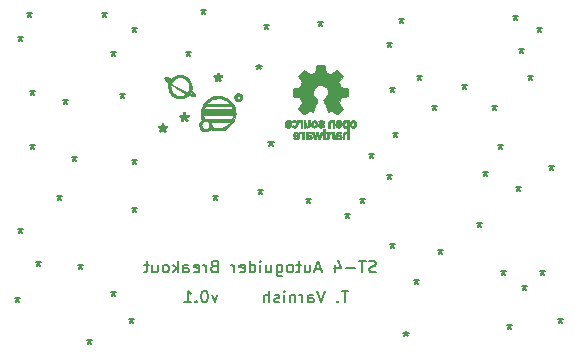
<source format=gbr>
G04 #@! TF.GenerationSoftware,KiCad,Pcbnew,(5.1.6)-1*
G04 #@! TF.CreationDate,2020-06-13T18:42:55+01:00*
G04 #@! TF.ProjectId,ST4Adapter_v2,53543441-6461-4707-9465-725f76322e6b,rev?*
G04 #@! TF.SameCoordinates,Original*
G04 #@! TF.FileFunction,Legend,Bot*
G04 #@! TF.FilePolarity,Positive*
%FSLAX46Y46*%
G04 Gerber Fmt 4.6, Leading zero omitted, Abs format (unit mm)*
G04 Created by KiCad (PCBNEW (5.1.6)-1) date 2020-06-13 18:42:55*
%MOMM*%
%LPD*%
G01*
G04 APERTURE LIST*
%ADD10C,0.150000*%
%ADD11C,0.010000*%
G04 APERTURE END LIST*
D10*
X154559000Y-92162380D02*
X154559000Y-92400476D01*
X154797095Y-92305238D02*
X154559000Y-92400476D01*
X154320904Y-92305238D01*
X154701857Y-92590952D02*
X154559000Y-92400476D01*
X154416142Y-92590952D01*
X153543000Y-85685380D02*
X153543000Y-85923476D01*
X153781095Y-85828238D02*
X153543000Y-85923476D01*
X153304904Y-85828238D01*
X153685857Y-86113952D02*
X153543000Y-85923476D01*
X153400142Y-86113952D01*
X138430000Y-102576380D02*
X138430000Y-102814476D01*
X138668095Y-102719238D02*
X138430000Y-102814476D01*
X138191904Y-102719238D01*
X138572857Y-103004952D02*
X138430000Y-102814476D01*
X138287142Y-103004952D01*
X143002000Y-93686380D02*
X143002000Y-93924476D01*
X143240095Y-93829238D02*
X143002000Y-93924476D01*
X142763904Y-93829238D01*
X143144857Y-94114952D02*
X143002000Y-93924476D01*
X142859142Y-94114952D01*
X141986000Y-88098380D02*
X141986000Y-88336476D01*
X142224095Y-88241238D02*
X141986000Y-88336476D01*
X141747904Y-88241238D01*
X142128857Y-88526952D02*
X141986000Y-88336476D01*
X141843142Y-88526952D01*
X163068000Y-93178380D02*
X163068000Y-93416476D01*
X163306095Y-93321238D02*
X163068000Y-93416476D01*
X162829904Y-93321238D01*
X163210857Y-93606952D02*
X163068000Y-93416476D01*
X162925142Y-93606952D01*
X139192000Y-108926380D02*
X139192000Y-109164476D01*
X139430095Y-109069238D02*
X139192000Y-109164476D01*
X138953904Y-109069238D01*
X139334857Y-109354952D02*
X139192000Y-109164476D01*
X139049142Y-109354952D01*
X133096000Y-105370380D02*
X133096000Y-105608476D01*
X133334095Y-105513238D02*
X133096000Y-105608476D01*
X132857904Y-105513238D01*
X133238857Y-105798952D02*
X133096000Y-105608476D01*
X132953142Y-105798952D01*
X134366000Y-87844380D02*
X134366000Y-88082476D01*
X134604095Y-87987238D02*
X134366000Y-88082476D01*
X134127904Y-87987238D01*
X134508857Y-88272952D02*
X134366000Y-88082476D01*
X134223142Y-88272952D01*
X137160000Y-88606380D02*
X137160000Y-88844476D01*
X137398095Y-88749238D02*
X137160000Y-88844476D01*
X136921904Y-88749238D01*
X137302857Y-89034952D02*
X137160000Y-88844476D01*
X137017142Y-89034952D01*
X134366000Y-92416380D02*
X134366000Y-92654476D01*
X134604095Y-92559238D02*
X134366000Y-92654476D01*
X134127904Y-92559238D01*
X134508857Y-92844952D02*
X134366000Y-92654476D01*
X134223142Y-92844952D01*
X137922000Y-93432380D02*
X137922000Y-93670476D01*
X138160095Y-93575238D02*
X137922000Y-93670476D01*
X137683904Y-93575238D01*
X138064857Y-93860952D02*
X137922000Y-93670476D01*
X137779142Y-93860952D01*
X136652000Y-96734380D02*
X136652000Y-96972476D01*
X136890095Y-96877238D02*
X136652000Y-96972476D01*
X136413904Y-96877238D01*
X136794857Y-97162952D02*
X136652000Y-96972476D01*
X136509142Y-97162952D01*
X133350000Y-99528380D02*
X133350000Y-99766476D01*
X133588095Y-99671238D02*
X133350000Y-99766476D01*
X133111904Y-99671238D01*
X133492857Y-99956952D02*
X133350000Y-99766476D01*
X133207142Y-99956952D01*
X134874000Y-102322380D02*
X134874000Y-102560476D01*
X135112095Y-102465238D02*
X134874000Y-102560476D01*
X134635904Y-102465238D01*
X135016857Y-102750952D02*
X134874000Y-102560476D01*
X134731142Y-102750952D01*
X143002000Y-97750380D02*
X143002000Y-97988476D01*
X143240095Y-97893238D02*
X143002000Y-97988476D01*
X142763904Y-97893238D01*
X143144857Y-98178952D02*
X143002000Y-97988476D01*
X142859142Y-98178952D01*
X142748000Y-107148380D02*
X142748000Y-107386476D01*
X142986095Y-107291238D02*
X142748000Y-107386476D01*
X142509904Y-107291238D01*
X142890857Y-107576952D02*
X142748000Y-107386476D01*
X142605142Y-107576952D01*
X141224000Y-104862380D02*
X141224000Y-105100476D01*
X141462095Y-105005238D02*
X141224000Y-105100476D01*
X140985904Y-105005238D01*
X141366857Y-105290952D02*
X141224000Y-105100476D01*
X141081142Y-105290952D01*
X172720000Y-94702380D02*
X172720000Y-94940476D01*
X172958095Y-94845238D02*
X172720000Y-94940476D01*
X172481904Y-94845238D01*
X172862857Y-95130952D02*
X172720000Y-94940476D01*
X172577142Y-95130952D01*
X175514000Y-95972380D02*
X175514000Y-96210476D01*
X175752095Y-96115238D02*
X175514000Y-96210476D01*
X175275904Y-96115238D01*
X175656857Y-96400952D02*
X175514000Y-96210476D01*
X175371142Y-96400952D01*
X178308000Y-94194380D02*
X178308000Y-94432476D01*
X178546095Y-94337238D02*
X178308000Y-94432476D01*
X178069904Y-94337238D01*
X178450857Y-94622952D02*
X178308000Y-94432476D01*
X178165142Y-94622952D01*
X179070000Y-107148380D02*
X179070000Y-107386476D01*
X179308095Y-107291238D02*
X179070000Y-107386476D01*
X178831904Y-107291238D01*
X179212857Y-107576952D02*
X179070000Y-107386476D01*
X178927142Y-107576952D01*
X174752000Y-107656380D02*
X174752000Y-107894476D01*
X174990095Y-107799238D02*
X174752000Y-107894476D01*
X174513904Y-107799238D01*
X174894857Y-108084952D02*
X174752000Y-107894476D01*
X174609142Y-108084952D01*
X176022000Y-104354380D02*
X176022000Y-104592476D01*
X176260095Y-104497238D02*
X176022000Y-104592476D01*
X175783904Y-104497238D01*
X176164857Y-104782952D02*
X176022000Y-104592476D01*
X175879142Y-104782952D01*
X177546000Y-103084380D02*
X177546000Y-103322476D01*
X177784095Y-103227238D02*
X177546000Y-103322476D01*
X177307904Y-103227238D01*
X177688857Y-103512952D02*
X177546000Y-103322476D01*
X177403142Y-103512952D01*
X174244000Y-103084380D02*
X174244000Y-103322476D01*
X174482095Y-103227238D02*
X174244000Y-103322476D01*
X174005904Y-103227238D01*
X174386857Y-103512952D02*
X174244000Y-103322476D01*
X174101142Y-103512952D01*
X172212000Y-99020380D02*
X172212000Y-99258476D01*
X172450095Y-99163238D02*
X172212000Y-99258476D01*
X171973904Y-99163238D01*
X172354857Y-99448952D02*
X172212000Y-99258476D01*
X172069142Y-99448952D01*
X168910000Y-101306380D02*
X168910000Y-101544476D01*
X169148095Y-101449238D02*
X168910000Y-101544476D01*
X168671904Y-101449238D01*
X169052857Y-101734952D02*
X168910000Y-101544476D01*
X168767142Y-101734952D01*
X165989000Y-108291380D02*
X165989000Y-108529476D01*
X166227095Y-108434238D02*
X165989000Y-108529476D01*
X165750904Y-108434238D01*
X166131857Y-108719952D02*
X165989000Y-108529476D01*
X165846142Y-108719952D01*
X166878000Y-103846380D02*
X166878000Y-104084476D01*
X167116095Y-103989238D02*
X166878000Y-104084476D01*
X166639904Y-103989238D01*
X167020857Y-104274952D02*
X166878000Y-104084476D01*
X166735142Y-104274952D01*
X164846000Y-100798380D02*
X164846000Y-101036476D01*
X165084095Y-100941238D02*
X164846000Y-101036476D01*
X164607904Y-100941238D01*
X164988857Y-101226952D02*
X164846000Y-101036476D01*
X164703142Y-101226952D01*
X161036000Y-98258380D02*
X161036000Y-98496476D01*
X161274095Y-98401238D02*
X161036000Y-98496476D01*
X160797904Y-98401238D01*
X161178857Y-98686952D02*
X161036000Y-98496476D01*
X160893142Y-98686952D01*
X162306000Y-96988380D02*
X162306000Y-97226476D01*
X162544095Y-97131238D02*
X162306000Y-97226476D01*
X162067904Y-97131238D01*
X162448857Y-97416952D02*
X162306000Y-97226476D01*
X162163142Y-97416952D01*
X164846000Y-87590380D02*
X164846000Y-87828476D01*
X165084095Y-87733238D02*
X164846000Y-87828476D01*
X164607904Y-87733238D01*
X164988857Y-88018952D02*
X164846000Y-87828476D01*
X164703142Y-88018952D01*
X148844000Y-80986380D02*
X148844000Y-81224476D01*
X149082095Y-81129238D02*
X148844000Y-81224476D01*
X148605904Y-81129238D01*
X148986857Y-81414952D02*
X148844000Y-81224476D01*
X148701142Y-81414952D01*
X147574000Y-84542380D02*
X147574000Y-84780476D01*
X147812095Y-84685238D02*
X147574000Y-84780476D01*
X147335904Y-84685238D01*
X147716857Y-84970952D02*
X147574000Y-84780476D01*
X147431142Y-84970952D01*
X143002000Y-82510380D02*
X143002000Y-82748476D01*
X143240095Y-82653238D02*
X143002000Y-82748476D01*
X142763904Y-82653238D01*
X143144857Y-82938952D02*
X143002000Y-82748476D01*
X142859142Y-82938952D01*
X141224000Y-84542380D02*
X141224000Y-84780476D01*
X141462095Y-84685238D02*
X141224000Y-84780476D01*
X140985904Y-84685238D01*
X141366857Y-84970952D02*
X141224000Y-84780476D01*
X141081142Y-84970952D01*
X140462000Y-81240380D02*
X140462000Y-81478476D01*
X140700095Y-81383238D02*
X140462000Y-81478476D01*
X140223904Y-81383238D01*
X140604857Y-81668952D02*
X140462000Y-81478476D01*
X140319142Y-81668952D01*
X133350000Y-83272380D02*
X133350000Y-83510476D01*
X133588095Y-83415238D02*
X133350000Y-83510476D01*
X133111904Y-83415238D01*
X133492857Y-83700952D02*
X133350000Y-83510476D01*
X133207142Y-83700952D01*
X134112000Y-81240380D02*
X134112000Y-81478476D01*
X134350095Y-81383238D02*
X134112000Y-81478476D01*
X133873904Y-81383238D01*
X134254857Y-81668952D02*
X134112000Y-81478476D01*
X133969142Y-81668952D01*
X157734000Y-96988380D02*
X157734000Y-97226476D01*
X157972095Y-97131238D02*
X157734000Y-97226476D01*
X157495904Y-97131238D01*
X157876857Y-97416952D02*
X157734000Y-97226476D01*
X157591142Y-97416952D01*
X153670000Y-96226380D02*
X153670000Y-96464476D01*
X153908095Y-96369238D02*
X153670000Y-96464476D01*
X153431904Y-96369238D01*
X153812857Y-96654952D02*
X153670000Y-96464476D01*
X153527142Y-96654952D01*
X149860000Y-96734380D02*
X149860000Y-96972476D01*
X150098095Y-96877238D02*
X149860000Y-96972476D01*
X149621904Y-96877238D01*
X150002857Y-97162952D02*
X149860000Y-96972476D01*
X149717142Y-97162952D01*
X154178000Y-82256380D02*
X154178000Y-82494476D01*
X154416095Y-82399238D02*
X154178000Y-82494476D01*
X153939904Y-82399238D01*
X154320857Y-82684952D02*
X154178000Y-82494476D01*
X154035142Y-82684952D01*
X158750000Y-82002380D02*
X158750000Y-82240476D01*
X158988095Y-82145238D02*
X158750000Y-82240476D01*
X158511904Y-82145238D01*
X158892857Y-82430952D02*
X158750000Y-82240476D01*
X158607142Y-82430952D01*
X164592000Y-94956380D02*
X164592000Y-95194476D01*
X164830095Y-95099238D02*
X164592000Y-95194476D01*
X164353904Y-95099238D01*
X164734857Y-95384952D02*
X164592000Y-95194476D01*
X164449142Y-95384952D01*
X165100000Y-91400380D02*
X165100000Y-91638476D01*
X165338095Y-91543238D02*
X165100000Y-91638476D01*
X164861904Y-91543238D01*
X165242857Y-91828952D02*
X165100000Y-91638476D01*
X164957142Y-91828952D01*
X173990000Y-92416380D02*
X173990000Y-92654476D01*
X174228095Y-92559238D02*
X173990000Y-92654476D01*
X173751904Y-92559238D01*
X174132857Y-92844952D02*
X173990000Y-92654476D01*
X173847142Y-92844952D01*
X170942000Y-87336380D02*
X170942000Y-87574476D01*
X171180095Y-87479238D02*
X170942000Y-87574476D01*
X170703904Y-87479238D01*
X171084857Y-87764952D02*
X170942000Y-87574476D01*
X170799142Y-87764952D01*
X173482000Y-89114380D02*
X173482000Y-89352476D01*
X173720095Y-89257238D02*
X173482000Y-89352476D01*
X173243904Y-89257238D01*
X173624857Y-89542952D02*
X173482000Y-89352476D01*
X173339142Y-89542952D01*
X168402000Y-89114380D02*
X168402000Y-89352476D01*
X168640095Y-89257238D02*
X168402000Y-89352476D01*
X168163904Y-89257238D01*
X168544857Y-89542952D02*
X168402000Y-89352476D01*
X168259142Y-89542952D01*
X167132000Y-86574380D02*
X167132000Y-86812476D01*
X167370095Y-86717238D02*
X167132000Y-86812476D01*
X166893904Y-86717238D01*
X167274857Y-87002952D02*
X167132000Y-86812476D01*
X166989142Y-87002952D01*
X164592000Y-83780380D02*
X164592000Y-84018476D01*
X164830095Y-83923238D02*
X164592000Y-84018476D01*
X164353904Y-83923238D01*
X164734857Y-84208952D02*
X164592000Y-84018476D01*
X164449142Y-84208952D01*
X165608000Y-81748380D02*
X165608000Y-81986476D01*
X165846095Y-81891238D02*
X165608000Y-81986476D01*
X165369904Y-81891238D01*
X165750857Y-82176952D02*
X165608000Y-81986476D01*
X165465142Y-82176952D01*
X176530000Y-86574380D02*
X176530000Y-86812476D01*
X176768095Y-86717238D02*
X176530000Y-86812476D01*
X176291904Y-86717238D01*
X176672857Y-87002952D02*
X176530000Y-86812476D01*
X176387142Y-87002952D01*
X175768000Y-84288380D02*
X175768000Y-84526476D01*
X176006095Y-84431238D02*
X175768000Y-84526476D01*
X175529904Y-84431238D01*
X175910857Y-84716952D02*
X175768000Y-84526476D01*
X175625142Y-84716952D01*
X177292000Y-82510380D02*
X177292000Y-82748476D01*
X177530095Y-82653238D02*
X177292000Y-82748476D01*
X177053904Y-82653238D01*
X177434857Y-82938952D02*
X177292000Y-82748476D01*
X177149142Y-82938952D01*
X175260000Y-81494380D02*
X175260000Y-81732476D01*
X175498095Y-81637238D02*
X175260000Y-81732476D01*
X175021904Y-81637238D01*
X175402857Y-81922952D02*
X175260000Y-81732476D01*
X175117142Y-81922952D01*
X161122857Y-104862380D02*
X160551428Y-104862380D01*
X160837142Y-105862380D02*
X160837142Y-104862380D01*
X160218095Y-105767142D02*
X160170476Y-105814761D01*
X160218095Y-105862380D01*
X160265714Y-105814761D01*
X160218095Y-105767142D01*
X160218095Y-105862380D01*
X159122857Y-104862380D02*
X158789523Y-105862380D01*
X158456190Y-104862380D01*
X157694285Y-105862380D02*
X157694285Y-105338571D01*
X157741904Y-105243333D01*
X157837142Y-105195714D01*
X158027619Y-105195714D01*
X158122857Y-105243333D01*
X157694285Y-105814761D02*
X157789523Y-105862380D01*
X158027619Y-105862380D01*
X158122857Y-105814761D01*
X158170476Y-105719523D01*
X158170476Y-105624285D01*
X158122857Y-105529047D01*
X158027619Y-105481428D01*
X157789523Y-105481428D01*
X157694285Y-105433809D01*
X157218095Y-105862380D02*
X157218095Y-105195714D01*
X157218095Y-105386190D02*
X157170476Y-105290952D01*
X157122857Y-105243333D01*
X157027619Y-105195714D01*
X156932380Y-105195714D01*
X156599047Y-105195714D02*
X156599047Y-105862380D01*
X156599047Y-105290952D02*
X156551428Y-105243333D01*
X156456190Y-105195714D01*
X156313333Y-105195714D01*
X156218095Y-105243333D01*
X156170476Y-105338571D01*
X156170476Y-105862380D01*
X155694285Y-105862380D02*
X155694285Y-105195714D01*
X155694285Y-104862380D02*
X155741904Y-104910000D01*
X155694285Y-104957619D01*
X155646666Y-104910000D01*
X155694285Y-104862380D01*
X155694285Y-104957619D01*
X155265714Y-105814761D02*
X155170476Y-105862380D01*
X154980000Y-105862380D01*
X154884761Y-105814761D01*
X154837142Y-105719523D01*
X154837142Y-105671904D01*
X154884761Y-105576666D01*
X154980000Y-105529047D01*
X155122857Y-105529047D01*
X155218095Y-105481428D01*
X155265714Y-105386190D01*
X155265714Y-105338571D01*
X155218095Y-105243333D01*
X155122857Y-105195714D01*
X154980000Y-105195714D01*
X154884761Y-105243333D01*
X154408571Y-105862380D02*
X154408571Y-104862380D01*
X153980000Y-105862380D02*
X153980000Y-105338571D01*
X154027619Y-105243333D01*
X154122857Y-105195714D01*
X154265714Y-105195714D01*
X154360952Y-105243333D01*
X154408571Y-105290952D01*
X163431904Y-103274761D02*
X163289047Y-103322380D01*
X163050952Y-103322380D01*
X162955714Y-103274761D01*
X162908095Y-103227142D01*
X162860476Y-103131904D01*
X162860476Y-103036666D01*
X162908095Y-102941428D01*
X162955714Y-102893809D01*
X163050952Y-102846190D01*
X163241428Y-102798571D01*
X163336666Y-102750952D01*
X163384285Y-102703333D01*
X163431904Y-102608095D01*
X163431904Y-102512857D01*
X163384285Y-102417619D01*
X163336666Y-102370000D01*
X163241428Y-102322380D01*
X163003333Y-102322380D01*
X162860476Y-102370000D01*
X162574761Y-102322380D02*
X162003333Y-102322380D01*
X162289047Y-103322380D02*
X162289047Y-102322380D01*
X161670000Y-102941428D02*
X160908095Y-102941428D01*
X160003333Y-102655714D02*
X160003333Y-103322380D01*
X160241428Y-102274761D02*
X160479523Y-102989047D01*
X159860476Y-102989047D01*
X158765238Y-103036666D02*
X158289047Y-103036666D01*
X158860476Y-103322380D02*
X158527142Y-102322380D01*
X158193809Y-103322380D01*
X157431904Y-102655714D02*
X157431904Y-103322380D01*
X157860476Y-102655714D02*
X157860476Y-103179523D01*
X157812857Y-103274761D01*
X157717619Y-103322380D01*
X157574761Y-103322380D01*
X157479523Y-103274761D01*
X157431904Y-103227142D01*
X157098571Y-102655714D02*
X156717619Y-102655714D01*
X156955714Y-102322380D02*
X156955714Y-103179523D01*
X156908095Y-103274761D01*
X156812857Y-103322380D01*
X156717619Y-103322380D01*
X156241428Y-103322380D02*
X156336666Y-103274761D01*
X156384285Y-103227142D01*
X156431904Y-103131904D01*
X156431904Y-102846190D01*
X156384285Y-102750952D01*
X156336666Y-102703333D01*
X156241428Y-102655714D01*
X156098571Y-102655714D01*
X156003333Y-102703333D01*
X155955714Y-102750952D01*
X155908095Y-102846190D01*
X155908095Y-103131904D01*
X155955714Y-103227142D01*
X156003333Y-103274761D01*
X156098571Y-103322380D01*
X156241428Y-103322380D01*
X155050952Y-102655714D02*
X155050952Y-103465238D01*
X155098571Y-103560476D01*
X155146190Y-103608095D01*
X155241428Y-103655714D01*
X155384285Y-103655714D01*
X155479523Y-103608095D01*
X155050952Y-103274761D02*
X155146190Y-103322380D01*
X155336666Y-103322380D01*
X155431904Y-103274761D01*
X155479523Y-103227142D01*
X155527142Y-103131904D01*
X155527142Y-102846190D01*
X155479523Y-102750952D01*
X155431904Y-102703333D01*
X155336666Y-102655714D01*
X155146190Y-102655714D01*
X155050952Y-102703333D01*
X154146190Y-102655714D02*
X154146190Y-103322380D01*
X154574761Y-102655714D02*
X154574761Y-103179523D01*
X154527142Y-103274761D01*
X154431904Y-103322380D01*
X154289047Y-103322380D01*
X154193809Y-103274761D01*
X154146190Y-103227142D01*
X153670000Y-103322380D02*
X153670000Y-102655714D01*
X153670000Y-102322380D02*
X153717619Y-102370000D01*
X153670000Y-102417619D01*
X153622380Y-102370000D01*
X153670000Y-102322380D01*
X153670000Y-102417619D01*
X152765238Y-103322380D02*
X152765238Y-102322380D01*
X152765238Y-103274761D02*
X152860476Y-103322380D01*
X153050952Y-103322380D01*
X153146190Y-103274761D01*
X153193809Y-103227142D01*
X153241428Y-103131904D01*
X153241428Y-102846190D01*
X153193809Y-102750952D01*
X153146190Y-102703333D01*
X153050952Y-102655714D01*
X152860476Y-102655714D01*
X152765238Y-102703333D01*
X151908095Y-103274761D02*
X152003333Y-103322380D01*
X152193809Y-103322380D01*
X152289047Y-103274761D01*
X152336666Y-103179523D01*
X152336666Y-102798571D01*
X152289047Y-102703333D01*
X152193809Y-102655714D01*
X152003333Y-102655714D01*
X151908095Y-102703333D01*
X151860476Y-102798571D01*
X151860476Y-102893809D01*
X152336666Y-102989047D01*
X151431904Y-103322380D02*
X151431904Y-102655714D01*
X151431904Y-102846190D02*
X151384285Y-102750952D01*
X151336666Y-102703333D01*
X151241428Y-102655714D01*
X151146190Y-102655714D01*
X149717619Y-102798571D02*
X149574761Y-102846190D01*
X149527142Y-102893809D01*
X149479523Y-102989047D01*
X149479523Y-103131904D01*
X149527142Y-103227142D01*
X149574761Y-103274761D01*
X149670000Y-103322380D01*
X150050952Y-103322380D01*
X150050952Y-102322380D01*
X149717619Y-102322380D01*
X149622380Y-102370000D01*
X149574761Y-102417619D01*
X149527142Y-102512857D01*
X149527142Y-102608095D01*
X149574761Y-102703333D01*
X149622380Y-102750952D01*
X149717619Y-102798571D01*
X150050952Y-102798571D01*
X149050952Y-103322380D02*
X149050952Y-102655714D01*
X149050952Y-102846190D02*
X149003333Y-102750952D01*
X148955714Y-102703333D01*
X148860476Y-102655714D01*
X148765238Y-102655714D01*
X148050952Y-103274761D02*
X148146190Y-103322380D01*
X148336666Y-103322380D01*
X148431904Y-103274761D01*
X148479523Y-103179523D01*
X148479523Y-102798571D01*
X148431904Y-102703333D01*
X148336666Y-102655714D01*
X148146190Y-102655714D01*
X148050952Y-102703333D01*
X148003333Y-102798571D01*
X148003333Y-102893809D01*
X148479523Y-102989047D01*
X147146190Y-103322380D02*
X147146190Y-102798571D01*
X147193809Y-102703333D01*
X147289047Y-102655714D01*
X147479523Y-102655714D01*
X147574761Y-102703333D01*
X147146190Y-103274761D02*
X147241428Y-103322380D01*
X147479523Y-103322380D01*
X147574761Y-103274761D01*
X147622380Y-103179523D01*
X147622380Y-103084285D01*
X147574761Y-102989047D01*
X147479523Y-102941428D01*
X147241428Y-102941428D01*
X147146190Y-102893809D01*
X146670000Y-103322380D02*
X146670000Y-102322380D01*
X146574761Y-102941428D02*
X146289047Y-103322380D01*
X146289047Y-102655714D02*
X146670000Y-103036666D01*
X145717619Y-103322380D02*
X145812857Y-103274761D01*
X145860476Y-103227142D01*
X145908095Y-103131904D01*
X145908095Y-102846190D01*
X145860476Y-102750952D01*
X145812857Y-102703333D01*
X145717619Y-102655714D01*
X145574761Y-102655714D01*
X145479523Y-102703333D01*
X145431904Y-102750952D01*
X145384285Y-102846190D01*
X145384285Y-103131904D01*
X145431904Y-103227142D01*
X145479523Y-103274761D01*
X145574761Y-103322380D01*
X145717619Y-103322380D01*
X144527142Y-102655714D02*
X144527142Y-103322380D01*
X144955714Y-102655714D02*
X144955714Y-103179523D01*
X144908095Y-103274761D01*
X144812857Y-103322380D01*
X144670000Y-103322380D01*
X144574761Y-103274761D01*
X144527142Y-103227142D01*
X144193809Y-102655714D02*
X143812857Y-102655714D01*
X144050952Y-102322380D02*
X144050952Y-103179523D01*
X144003333Y-103274761D01*
X143908095Y-103322380D01*
X143812857Y-103322380D01*
X150018571Y-105195714D02*
X149780476Y-105862380D01*
X149542380Y-105195714D01*
X148970952Y-104862380D02*
X148875714Y-104862380D01*
X148780476Y-104910000D01*
X148732857Y-104957619D01*
X148685238Y-105052857D01*
X148637619Y-105243333D01*
X148637619Y-105481428D01*
X148685238Y-105671904D01*
X148732857Y-105767142D01*
X148780476Y-105814761D01*
X148875714Y-105862380D01*
X148970952Y-105862380D01*
X149066190Y-105814761D01*
X149113809Y-105767142D01*
X149161428Y-105671904D01*
X149209047Y-105481428D01*
X149209047Y-105243333D01*
X149161428Y-105052857D01*
X149113809Y-104957619D01*
X149066190Y-104910000D01*
X148970952Y-104862380D01*
X148209047Y-105767142D02*
X148161428Y-105814761D01*
X148209047Y-105862380D01*
X148256666Y-105814761D01*
X148209047Y-105767142D01*
X148209047Y-105862380D01*
X147209047Y-105862380D02*
X147780476Y-105862380D01*
X147494761Y-105862380D02*
X147494761Y-104862380D01*
X147590000Y-105005238D01*
X147685238Y-105100476D01*
X147780476Y-105148095D01*
D11*
G36*
X150005149Y-86424651D02*
G01*
X149981547Y-86444624D01*
X149971381Y-86494566D01*
X149968094Y-86537930D01*
X149960502Y-86654839D01*
X149858951Y-86627733D01*
X149763439Y-86616275D01*
X149699006Y-86634499D01*
X149669826Y-86673498D01*
X149680074Y-86724360D01*
X149733926Y-86778178D01*
X149776978Y-86802679D01*
X149883375Y-86853806D01*
X149834750Y-86917093D01*
X149793268Y-86996371D01*
X149792011Y-87066634D01*
X149830836Y-87117225D01*
X149837514Y-87121113D01*
X149874668Y-87133009D01*
X149911274Y-87119138D01*
X149961784Y-87072990D01*
X149974929Y-87059206D01*
X150059824Y-86969190D01*
X150100387Y-87031098D01*
X150163985Y-87102134D01*
X150229448Y-87128072D01*
X150275091Y-87116801D01*
X150312965Y-87070568D01*
X150310880Y-87003432D01*
X150269290Y-86925357D01*
X150266199Y-86921366D01*
X150213469Y-86854331D01*
X150317050Y-86810340D01*
X150384964Y-86775010D01*
X150415280Y-86737575D01*
X150420631Y-86700946D01*
X150403936Y-86641219D01*
X150352480Y-86615548D01*
X150264203Y-86623114D01*
X150239996Y-86629061D01*
X150143422Y-86654839D01*
X150135830Y-86537930D01*
X150128826Y-86466541D01*
X150113574Y-86432354D01*
X150080301Y-86421744D01*
X150051962Y-86421021D01*
X150005149Y-86424651D01*
G37*
X150005149Y-86424651D02*
X149981547Y-86444624D01*
X149971381Y-86494566D01*
X149968094Y-86537930D01*
X149960502Y-86654839D01*
X149858951Y-86627733D01*
X149763439Y-86616275D01*
X149699006Y-86634499D01*
X149669826Y-86673498D01*
X149680074Y-86724360D01*
X149733926Y-86778178D01*
X149776978Y-86802679D01*
X149883375Y-86853806D01*
X149834750Y-86917093D01*
X149793268Y-86996371D01*
X149792011Y-87066634D01*
X149830836Y-87117225D01*
X149837514Y-87121113D01*
X149874668Y-87133009D01*
X149911274Y-87119138D01*
X149961784Y-87072990D01*
X149974929Y-87059206D01*
X150059824Y-86969190D01*
X150100387Y-87031098D01*
X150163985Y-87102134D01*
X150229448Y-87128072D01*
X150275091Y-87116801D01*
X150312965Y-87070568D01*
X150310880Y-87003432D01*
X150269290Y-86925357D01*
X150266199Y-86921366D01*
X150213469Y-86854331D01*
X150317050Y-86810340D01*
X150384964Y-86775010D01*
X150415280Y-86737575D01*
X150420631Y-86700946D01*
X150403936Y-86641219D01*
X150352480Y-86615548D01*
X150264203Y-86623114D01*
X150239996Y-86629061D01*
X150143422Y-86654839D01*
X150135830Y-86537930D01*
X150128826Y-86466541D01*
X150113574Y-86432354D01*
X150080301Y-86421744D01*
X150051962Y-86421021D01*
X150005149Y-86424651D01*
G36*
X146721685Y-86625434D02*
G01*
X146631820Y-86630100D01*
X146564735Y-86640879D01*
X146506403Y-86660227D01*
X146442795Y-86690601D01*
X146428839Y-86697882D01*
X146336393Y-86750745D01*
X146248442Y-86807999D01*
X146204391Y-86840932D01*
X146119782Y-86910524D01*
X145950136Y-86850643D01*
X145790240Y-86803393D01*
X145669585Y-86788399D01*
X145588089Y-86805668D01*
X145545675Y-86855212D01*
X145538949Y-86899374D01*
X145546172Y-86945668D01*
X145572340Y-86995318D01*
X145624199Y-87058057D01*
X145707653Y-87142800D01*
X145876358Y-87307408D01*
X145879275Y-87588839D01*
X145882032Y-87720041D01*
X145888687Y-87814846D01*
X145901615Y-87887685D01*
X145923188Y-87952987D01*
X145948554Y-88010110D01*
X146065275Y-88198943D01*
X146218500Y-88356504D01*
X146401332Y-88477339D01*
X146606874Y-88555997D01*
X146652563Y-88566706D01*
X146796596Y-88588934D01*
X146923805Y-88587473D01*
X147062660Y-88561744D01*
X147077187Y-88558095D01*
X147197347Y-88524230D01*
X147288271Y-88488457D01*
X147370939Y-88440858D01*
X147457408Y-88378346D01*
X147581708Y-88283466D01*
X147736254Y-88335507D01*
X147881452Y-88381049D01*
X147988081Y-88405246D01*
X148063695Y-88408165D01*
X148115850Y-88389869D01*
X148152100Y-88350425D01*
X148158566Y-88339149D01*
X148168521Y-88279806D01*
X148152811Y-88240335D01*
X147979790Y-88240335D01*
X147958036Y-88243616D01*
X147901206Y-88231891D01*
X147827538Y-88209614D01*
X147748561Y-88181494D01*
X147424829Y-88181494D01*
X147348200Y-88236058D01*
X147227548Y-88312936D01*
X147116028Y-88359929D01*
X146995082Y-88382280D01*
X146846154Y-88385229D01*
X146822933Y-88384428D01*
X146688949Y-88375439D01*
X146589976Y-88358707D01*
X146510392Y-88331203D01*
X146484991Y-88318867D01*
X146319964Y-88205894D01*
X146191178Y-88059433D01*
X146102162Y-87884930D01*
X146056449Y-87687833D01*
X146053273Y-87652952D01*
X146046926Y-87533398D01*
X146050859Y-87459169D01*
X146068639Y-87425184D01*
X146103835Y-87426360D01*
X146160016Y-87457618D01*
X146180680Y-87471541D01*
X146334808Y-87572600D01*
X146521826Y-87687409D01*
X146728542Y-87808214D01*
X146941766Y-87927262D01*
X147098455Y-88010958D01*
X147424829Y-88181494D01*
X147748561Y-88181494D01*
X147745474Y-88180395D01*
X147703155Y-88158501D01*
X147691723Y-88136312D01*
X147702318Y-88106207D01*
X147703854Y-88103223D01*
X147728785Y-88057428D01*
X147740299Y-88039048D01*
X147762603Y-88047760D01*
X147808979Y-88080777D01*
X147866651Y-88127361D01*
X147922843Y-88176774D01*
X147964780Y-88218280D01*
X147979790Y-88240335D01*
X148152811Y-88240335D01*
X148139531Y-88206972D01*
X148069555Y-88117300D01*
X147956553Y-88007440D01*
X147956222Y-88007144D01*
X147803327Y-87870270D01*
X147831010Y-87745015D01*
X147838529Y-87657958D01*
X147647404Y-87657958D01*
X147633224Y-87792548D01*
X147626640Y-87820150D01*
X147596266Y-87906365D01*
X147556284Y-87988124D01*
X147514517Y-88052025D01*
X147478791Y-88084670D01*
X147471193Y-88086387D01*
X147438988Y-88075555D01*
X147371947Y-88046208D01*
X147280464Y-88003068D01*
X147193717Y-87960321D01*
X147049392Y-87885101D01*
X146887412Y-87796036D01*
X146717324Y-87698820D01*
X146548673Y-87599150D01*
X146391004Y-87502718D01*
X146253863Y-87415221D01*
X146146796Y-87342352D01*
X146102891Y-87309551D01*
X146105217Y-87282076D01*
X146132164Y-87227763D01*
X146175822Y-87158861D01*
X146228283Y-87087616D01*
X146276499Y-87032183D01*
X146017437Y-87032183D01*
X146012054Y-87055212D01*
X145989455Y-87096484D01*
X145963149Y-87133723D01*
X145948615Y-87145646D01*
X145924973Y-87130866D01*
X145874599Y-87092664D01*
X145826210Y-87053813D01*
X145767805Y-87002359D01*
X145732233Y-86963903D01*
X145726599Y-86949521D01*
X145753561Y-86951182D01*
X145811754Y-86964369D01*
X145884253Y-86984272D01*
X145954133Y-87006081D01*
X146004469Y-87024986D01*
X146017437Y-87032183D01*
X146276499Y-87032183D01*
X146281637Y-87026276D01*
X146293201Y-87014858D01*
X146412490Y-86914887D01*
X146529045Y-86850398D01*
X146658985Y-86815240D01*
X146818431Y-86803265D01*
X146848358Y-86803090D01*
X146973021Y-86805973D01*
X147063706Y-86816068D01*
X147137093Y-86836170D01*
X147193789Y-86860955D01*
X147332999Y-86951226D01*
X147460726Y-87073174D01*
X147559713Y-87209589D01*
X147578117Y-87244286D01*
X147618030Y-87362217D01*
X147641732Y-87507312D01*
X147647404Y-87657958D01*
X147838529Y-87657958D01*
X147844097Y-87593495D01*
X147825072Y-87421056D01*
X147776428Y-87244041D01*
X147741582Y-87158497D01*
X147648706Y-87006625D01*
X147518704Y-86864864D01*
X147365182Y-86746763D01*
X147280036Y-86698936D01*
X147207920Y-86665576D01*
X147145344Y-86643962D01*
X147077728Y-86631580D01*
X146990493Y-86625911D01*
X146869058Y-86624439D01*
X146848358Y-86624425D01*
X146721685Y-86625434D01*
G37*
X146721685Y-86625434D02*
X146631820Y-86630100D01*
X146564735Y-86640879D01*
X146506403Y-86660227D01*
X146442795Y-86690601D01*
X146428839Y-86697882D01*
X146336393Y-86750745D01*
X146248442Y-86807999D01*
X146204391Y-86840932D01*
X146119782Y-86910524D01*
X145950136Y-86850643D01*
X145790240Y-86803393D01*
X145669585Y-86788399D01*
X145588089Y-86805668D01*
X145545675Y-86855212D01*
X145538949Y-86899374D01*
X145546172Y-86945668D01*
X145572340Y-86995318D01*
X145624199Y-87058057D01*
X145707653Y-87142800D01*
X145876358Y-87307408D01*
X145879275Y-87588839D01*
X145882032Y-87720041D01*
X145888687Y-87814846D01*
X145901615Y-87887685D01*
X145923188Y-87952987D01*
X145948554Y-88010110D01*
X146065275Y-88198943D01*
X146218500Y-88356504D01*
X146401332Y-88477339D01*
X146606874Y-88555997D01*
X146652563Y-88566706D01*
X146796596Y-88588934D01*
X146923805Y-88587473D01*
X147062660Y-88561744D01*
X147077187Y-88558095D01*
X147197347Y-88524230D01*
X147288271Y-88488457D01*
X147370939Y-88440858D01*
X147457408Y-88378346D01*
X147581708Y-88283466D01*
X147736254Y-88335507D01*
X147881452Y-88381049D01*
X147988081Y-88405246D01*
X148063695Y-88408165D01*
X148115850Y-88389869D01*
X148152100Y-88350425D01*
X148158566Y-88339149D01*
X148168521Y-88279806D01*
X148152811Y-88240335D01*
X147979790Y-88240335D01*
X147958036Y-88243616D01*
X147901206Y-88231891D01*
X147827538Y-88209614D01*
X147748561Y-88181494D01*
X147424829Y-88181494D01*
X147348200Y-88236058D01*
X147227548Y-88312936D01*
X147116028Y-88359929D01*
X146995082Y-88382280D01*
X146846154Y-88385229D01*
X146822933Y-88384428D01*
X146688949Y-88375439D01*
X146589976Y-88358707D01*
X146510392Y-88331203D01*
X146484991Y-88318867D01*
X146319964Y-88205894D01*
X146191178Y-88059433D01*
X146102162Y-87884930D01*
X146056449Y-87687833D01*
X146053273Y-87652952D01*
X146046926Y-87533398D01*
X146050859Y-87459169D01*
X146068639Y-87425184D01*
X146103835Y-87426360D01*
X146160016Y-87457618D01*
X146180680Y-87471541D01*
X146334808Y-87572600D01*
X146521826Y-87687409D01*
X146728542Y-87808214D01*
X146941766Y-87927262D01*
X147098455Y-88010958D01*
X147424829Y-88181494D01*
X147748561Y-88181494D01*
X147745474Y-88180395D01*
X147703155Y-88158501D01*
X147691723Y-88136312D01*
X147702318Y-88106207D01*
X147703854Y-88103223D01*
X147728785Y-88057428D01*
X147740299Y-88039048D01*
X147762603Y-88047760D01*
X147808979Y-88080777D01*
X147866651Y-88127361D01*
X147922843Y-88176774D01*
X147964780Y-88218280D01*
X147979790Y-88240335D01*
X148152811Y-88240335D01*
X148139531Y-88206972D01*
X148069555Y-88117300D01*
X147956553Y-88007440D01*
X147956222Y-88007144D01*
X147803327Y-87870270D01*
X147831010Y-87745015D01*
X147838529Y-87657958D01*
X147647404Y-87657958D01*
X147633224Y-87792548D01*
X147626640Y-87820150D01*
X147596266Y-87906365D01*
X147556284Y-87988124D01*
X147514517Y-88052025D01*
X147478791Y-88084670D01*
X147471193Y-88086387D01*
X147438988Y-88075555D01*
X147371947Y-88046208D01*
X147280464Y-88003068D01*
X147193717Y-87960321D01*
X147049392Y-87885101D01*
X146887412Y-87796036D01*
X146717324Y-87698820D01*
X146548673Y-87599150D01*
X146391004Y-87502718D01*
X146253863Y-87415221D01*
X146146796Y-87342352D01*
X146102891Y-87309551D01*
X146105217Y-87282076D01*
X146132164Y-87227763D01*
X146175822Y-87158861D01*
X146228283Y-87087616D01*
X146276499Y-87032183D01*
X146017437Y-87032183D01*
X146012054Y-87055212D01*
X145989455Y-87096484D01*
X145963149Y-87133723D01*
X145948615Y-87145646D01*
X145924973Y-87130866D01*
X145874599Y-87092664D01*
X145826210Y-87053813D01*
X145767805Y-87002359D01*
X145732233Y-86963903D01*
X145726599Y-86949521D01*
X145753561Y-86951182D01*
X145811754Y-86964369D01*
X145884253Y-86984272D01*
X145954133Y-87006081D01*
X146004469Y-87024986D01*
X146017437Y-87032183D01*
X146276499Y-87032183D01*
X146281637Y-87026276D01*
X146293201Y-87014858D01*
X146412490Y-86914887D01*
X146529045Y-86850398D01*
X146658985Y-86815240D01*
X146818431Y-86803265D01*
X146848358Y-86803090D01*
X146973021Y-86805973D01*
X147063706Y-86816068D01*
X147137093Y-86836170D01*
X147193789Y-86860955D01*
X147332999Y-86951226D01*
X147460726Y-87073174D01*
X147559713Y-87209589D01*
X147578117Y-87244286D01*
X147618030Y-87362217D01*
X147641732Y-87507312D01*
X147647404Y-87657958D01*
X147838529Y-87657958D01*
X147844097Y-87593495D01*
X147825072Y-87421056D01*
X147776428Y-87244041D01*
X147741582Y-87158497D01*
X147648706Y-87006625D01*
X147518704Y-86864864D01*
X147365182Y-86746763D01*
X147280036Y-86698936D01*
X147207920Y-86665576D01*
X147145344Y-86643962D01*
X147077728Y-86631580D01*
X146990493Y-86625911D01*
X146869058Y-86624439D01*
X146848358Y-86624425D01*
X146721685Y-86625434D01*
G36*
X151736067Y-88145612D02*
G01*
X151623937Y-88183941D01*
X151564174Y-88226802D01*
X151483720Y-88332173D01*
X151447241Y-88443941D01*
X151449739Y-88554811D01*
X151486216Y-88657487D01*
X151551674Y-88744674D01*
X151641116Y-88809078D01*
X151749542Y-88843402D01*
X151871955Y-88840353D01*
X151964724Y-88811454D01*
X152057152Y-88746416D01*
X152117696Y-88653096D01*
X152146291Y-88542878D01*
X152144822Y-88493193D01*
X151946156Y-88493193D01*
X151923764Y-88571181D01*
X151889648Y-88606166D01*
X151827269Y-88640255D01*
X151775266Y-88636986D01*
X151726153Y-88608386D01*
X151679183Y-88559483D01*
X151659392Y-88519699D01*
X151665649Y-88461625D01*
X151700908Y-88399679D01*
X151750960Y-88353372D01*
X151789792Y-88340641D01*
X151865347Y-88362782D01*
X151922903Y-88418600D01*
X151946152Y-88492187D01*
X151946156Y-88493193D01*
X152144822Y-88493193D01*
X152142869Y-88427149D01*
X152107363Y-88317295D01*
X152039705Y-88224701D01*
X151968495Y-88173780D01*
X151857337Y-88141384D01*
X151736067Y-88145612D01*
G37*
X151736067Y-88145612D02*
X151623937Y-88183941D01*
X151564174Y-88226802D01*
X151483720Y-88332173D01*
X151447241Y-88443941D01*
X151449739Y-88554811D01*
X151486216Y-88657487D01*
X151551674Y-88744674D01*
X151641116Y-88809078D01*
X151749542Y-88843402D01*
X151871955Y-88840353D01*
X151964724Y-88811454D01*
X152057152Y-88746416D01*
X152117696Y-88653096D01*
X152146291Y-88542878D01*
X152144822Y-88493193D01*
X151946156Y-88493193D01*
X151923764Y-88571181D01*
X151889648Y-88606166D01*
X151827269Y-88640255D01*
X151775266Y-88636986D01*
X151726153Y-88608386D01*
X151679183Y-88559483D01*
X151659392Y-88519699D01*
X151665649Y-88461625D01*
X151700908Y-88399679D01*
X151750960Y-88353372D01*
X151789792Y-88340641D01*
X151865347Y-88362782D01*
X151922903Y-88418600D01*
X151946152Y-88492187D01*
X151946156Y-88493193D01*
X152144822Y-88493193D01*
X152142869Y-88427149D01*
X152107363Y-88317295D01*
X152039705Y-88224701D01*
X151968495Y-88173780D01*
X151857337Y-88141384D01*
X151736067Y-88145612D01*
G36*
X147149891Y-89751659D02*
G01*
X147106117Y-89801342D01*
X147090014Y-89893280D01*
X147089900Y-89903885D01*
X147089900Y-90011654D01*
X146987114Y-89984219D01*
X146887573Y-89971934D01*
X146822019Y-89997377D01*
X146790257Y-90060630D01*
X146789303Y-90066422D01*
X146793860Y-90104883D01*
X146827500Y-90137566D01*
X146898033Y-90173371D01*
X147014968Y-90225097D01*
X146963445Y-90297454D01*
X146919173Y-90382877D01*
X146913814Y-90454217D01*
X146946762Y-90503436D01*
X146980115Y-90517948D01*
X147028298Y-90522223D01*
X147070609Y-90501027D01*
X147123393Y-90445921D01*
X147126311Y-90442467D01*
X147204314Y-90349871D01*
X147264799Y-90438549D01*
X147328726Y-90504989D01*
X147395725Y-90527770D01*
X147457636Y-90504534D01*
X147466196Y-90496717D01*
X147493673Y-90447981D01*
X147482876Y-90387929D01*
X147432174Y-90307581D01*
X147431768Y-90307048D01*
X147366829Y-90221909D01*
X147438124Y-90196606D01*
X147522060Y-90162046D01*
X147567121Y-90127300D01*
X147584217Y-90081832D01*
X147585696Y-90054086D01*
X147580530Y-90004735D01*
X147554798Y-89984725D01*
X147496707Y-89981490D01*
X147418140Y-89987746D01*
X147352689Y-90001559D01*
X147351883Y-90001836D01*
X147319349Y-90009235D01*
X147301581Y-89995165D01*
X147292701Y-89948958D01*
X147288320Y-89886513D01*
X147281110Y-89806890D01*
X147267175Y-89764843D01*
X147240361Y-89747101D01*
X147221984Y-89743444D01*
X147149891Y-89751659D01*
G37*
X147149891Y-89751659D02*
X147106117Y-89801342D01*
X147090014Y-89893280D01*
X147089900Y-89903885D01*
X147089900Y-90011654D01*
X146987114Y-89984219D01*
X146887573Y-89971934D01*
X146822019Y-89997377D01*
X146790257Y-90060630D01*
X146789303Y-90066422D01*
X146793860Y-90104883D01*
X146827500Y-90137566D01*
X146898033Y-90173371D01*
X147014968Y-90225097D01*
X146963445Y-90297454D01*
X146919173Y-90382877D01*
X146913814Y-90454217D01*
X146946762Y-90503436D01*
X146980115Y-90517948D01*
X147028298Y-90522223D01*
X147070609Y-90501027D01*
X147123393Y-90445921D01*
X147126311Y-90442467D01*
X147204314Y-90349871D01*
X147264799Y-90438549D01*
X147328726Y-90504989D01*
X147395725Y-90527770D01*
X147457636Y-90504534D01*
X147466196Y-90496717D01*
X147493673Y-90447981D01*
X147482876Y-90387929D01*
X147432174Y-90307581D01*
X147431768Y-90307048D01*
X147366829Y-90221909D01*
X147438124Y-90196606D01*
X147522060Y-90162046D01*
X147567121Y-90127300D01*
X147584217Y-90081832D01*
X147585696Y-90054086D01*
X147580530Y-90004735D01*
X147554798Y-89984725D01*
X147496707Y-89981490D01*
X147418140Y-89987746D01*
X147352689Y-90001559D01*
X147351883Y-90001836D01*
X147319349Y-90009235D01*
X147301581Y-89995165D01*
X147292701Y-89948958D01*
X147288320Y-89886513D01*
X147281110Y-89806890D01*
X147267175Y-89764843D01*
X147240361Y-89747101D01*
X147221984Y-89743444D01*
X147149891Y-89751659D01*
G36*
X149868279Y-88398888D02*
G01*
X149746857Y-88417872D01*
X149505991Y-88500643D01*
X149282291Y-88626820D01*
X149081933Y-88790173D01*
X148911094Y-88984475D01*
X148775952Y-89203497D01*
X148682683Y-89441011D01*
X148665251Y-89508502D01*
X148642319Y-89665074D01*
X148635862Y-89847033D01*
X148645512Y-90031785D01*
X148670898Y-90196734D01*
X148676915Y-90221820D01*
X148718380Y-90383674D01*
X148644324Y-90461807D01*
X148550855Y-90584065D01*
X148501074Y-90713517D01*
X148488298Y-90844796D01*
X148510901Y-91008380D01*
X148575209Y-91147258D01*
X148675974Y-91256242D01*
X148807946Y-91330146D01*
X148965875Y-91363783D01*
X149015059Y-91365271D01*
X149106766Y-91357462D01*
X149190725Y-91339084D01*
X149212923Y-91330954D01*
X149285438Y-91290892D01*
X149359917Y-91237930D01*
X149366102Y-91232809D01*
X149443006Y-91167985D01*
X149633069Y-91233767D01*
X149737141Y-91266329D01*
X149832301Y-91286309D01*
X149937711Y-91296467D01*
X150072533Y-91299562D01*
X150090100Y-91299590D01*
X150341337Y-91284575D01*
X150561551Y-91236553D01*
X150761184Y-91151182D01*
X150950676Y-91024121D01*
X151120536Y-90871177D01*
X151302095Y-90656906D01*
X151347913Y-90578078D01*
X151139059Y-90578078D01*
X151076362Y-90660711D01*
X150993094Y-90749818D01*
X150878878Y-90845027D01*
X150750292Y-90934362D01*
X150623918Y-91005847D01*
X150559899Y-91033766D01*
X150336198Y-91099441D01*
X150120403Y-91123013D01*
X149898992Y-91104891D01*
X149705240Y-91059637D01*
X149536495Y-91010595D01*
X149524810Y-90838831D01*
X149521525Y-90803379D01*
X149346114Y-90803379D01*
X149342816Y-90915738D01*
X149306304Y-91008743D01*
X149227515Y-91106393D01*
X149121856Y-91165621D01*
X148999019Y-91183345D01*
X148868695Y-91156483D01*
X148856707Y-91151680D01*
X148763956Y-91087123D01*
X148697989Y-90989097D01*
X148667534Y-90871672D01*
X148666466Y-90845045D01*
X148687490Y-90724181D01*
X148744250Y-90627326D01*
X148827278Y-90556901D01*
X148927104Y-90515327D01*
X149034262Y-90505024D01*
X149139281Y-90528414D01*
X149232695Y-90587916D01*
X149303180Y-90682266D01*
X149346114Y-90803379D01*
X149521525Y-90803379D01*
X149516041Y-90744218D01*
X149504599Y-90665615D01*
X149493787Y-90622573D01*
X149491046Y-90610399D01*
X149497858Y-90600667D01*
X149519191Y-90593105D01*
X149560012Y-90587443D01*
X149625290Y-90583406D01*
X149719993Y-90580725D01*
X149849089Y-90579126D01*
X150017545Y-90578338D01*
X150230331Y-90578089D01*
X150306754Y-90578078D01*
X151139059Y-90578078D01*
X151347913Y-90578078D01*
X151436050Y-90426443D01*
X151521918Y-90182715D01*
X151545304Y-90023407D01*
X151361371Y-90023407D01*
X151354867Y-90062725D01*
X151338015Y-90133715D01*
X151319883Y-90201385D01*
X151278394Y-90349249D01*
X150281276Y-90349249D01*
X150051975Y-90348827D01*
X149831057Y-90347624D01*
X149625466Y-90345735D01*
X149442144Y-90343258D01*
X149288033Y-90340287D01*
X149170077Y-90336918D01*
X149095218Y-90333248D01*
X149089607Y-90332804D01*
X148895055Y-90316358D01*
X148871063Y-90224746D01*
X148849645Y-90141418D01*
X148830812Y-90065770D01*
X148830194Y-90063213D01*
X148813316Y-89993293D01*
X150087344Y-89993293D01*
X150391540Y-89993589D01*
X150647941Y-89994525D01*
X150859599Y-89996172D01*
X151029566Y-89998603D01*
X151160894Y-90001890D01*
X151256635Y-90006106D01*
X151319842Y-90011321D01*
X151353567Y-90017610D01*
X151361371Y-90023407D01*
X151545304Y-90023407D01*
X151559215Y-89928652D01*
X151551259Y-89751752D01*
X151361371Y-89751752D01*
X151356493Y-89760447D01*
X151339192Y-89767736D01*
X151305473Y-89773740D01*
X151251338Y-89778578D01*
X151172791Y-89782369D01*
X151065834Y-89785235D01*
X150926471Y-89787295D01*
X150750705Y-89788669D01*
X150534538Y-89789477D01*
X150273974Y-89789838D01*
X150090100Y-89789890D01*
X149800271Y-89789744D01*
X149557294Y-89789225D01*
X149357175Y-89788213D01*
X149195914Y-89786589D01*
X149069516Y-89784233D01*
X148973984Y-89781024D01*
X148905321Y-89776843D01*
X148859529Y-89771570D01*
X148832613Y-89765085D01*
X148820574Y-89757268D01*
X148818829Y-89751752D01*
X148823707Y-89743057D01*
X148841008Y-89735768D01*
X148874727Y-89729764D01*
X148928862Y-89724926D01*
X149007409Y-89721134D01*
X149114366Y-89718268D01*
X149253729Y-89716209D01*
X149429495Y-89714835D01*
X149645662Y-89714027D01*
X149906226Y-89713666D01*
X150090100Y-89713614D01*
X150379930Y-89713760D01*
X150622906Y-89714279D01*
X150823026Y-89715291D01*
X150984286Y-89716915D01*
X151110684Y-89719271D01*
X151206216Y-89722480D01*
X151274879Y-89726661D01*
X151320671Y-89731934D01*
X151347587Y-89738419D01*
X151359626Y-89746236D01*
X151361371Y-89751752D01*
X151551259Y-89751752D01*
X151547455Y-89667181D01*
X151499366Y-89458543D01*
X151310520Y-89458543D01*
X151286536Y-89465498D01*
X151214298Y-89471368D01*
X151093382Y-89476164D01*
X150923359Y-89479894D01*
X150703805Y-89482568D01*
X150434292Y-89484194D01*
X150114396Y-89484782D01*
X150090100Y-89484785D01*
X149846416Y-89484539D01*
X149618946Y-89483834D01*
X149412602Y-89482719D01*
X149232298Y-89481243D01*
X149082946Y-89479455D01*
X148969461Y-89477404D01*
X148896756Y-89475140D01*
X148869743Y-89472711D01*
X148869680Y-89472587D01*
X148878297Y-89443582D01*
X148899955Y-89385144D01*
X148910578Y-89358172D01*
X148951477Y-89255956D01*
X151236839Y-89255956D01*
X151273680Y-89344129D01*
X151297917Y-89408658D01*
X151310160Y-89454014D01*
X151310520Y-89458543D01*
X151499366Y-89458543D01*
X151486155Y-89401230D01*
X151399529Y-89183851D01*
X151298848Y-89017570D01*
X151062964Y-89017570D01*
X151059614Y-89027186D01*
X151043854Y-89034858D01*
X151011133Y-89040807D01*
X150956901Y-89045250D01*
X150876605Y-89048406D01*
X150765694Y-89050495D01*
X150619618Y-89051734D01*
X150433824Y-89052343D01*
X150203763Y-89052540D01*
X150085594Y-89052553D01*
X149087707Y-89052553D01*
X149211546Y-88926823D01*
X149392889Y-88777719D01*
X149600267Y-88667504D01*
X149825437Y-88597502D01*
X150060161Y-88569039D01*
X150296196Y-88583440D01*
X150525302Y-88642030D01*
X150649459Y-88695619D01*
X150740134Y-88747318D01*
X150838117Y-88812678D01*
X150931183Y-88882427D01*
X151007106Y-88947293D01*
X151053659Y-88998004D01*
X151058456Y-89005793D01*
X151062964Y-89017570D01*
X151298848Y-89017570D01*
X151278951Y-88984710D01*
X151118132Y-88801831D01*
X150927036Y-88643408D01*
X150715630Y-88517633D01*
X150493879Y-88432702D01*
X150482123Y-88429522D01*
X150351990Y-88405778D01*
X150193114Y-88392549D01*
X150025282Y-88390148D01*
X149868279Y-88398888D01*
G37*
X149868279Y-88398888D02*
X149746857Y-88417872D01*
X149505991Y-88500643D01*
X149282291Y-88626820D01*
X149081933Y-88790173D01*
X148911094Y-88984475D01*
X148775952Y-89203497D01*
X148682683Y-89441011D01*
X148665251Y-89508502D01*
X148642319Y-89665074D01*
X148635862Y-89847033D01*
X148645512Y-90031785D01*
X148670898Y-90196734D01*
X148676915Y-90221820D01*
X148718380Y-90383674D01*
X148644324Y-90461807D01*
X148550855Y-90584065D01*
X148501074Y-90713517D01*
X148488298Y-90844796D01*
X148510901Y-91008380D01*
X148575209Y-91147258D01*
X148675974Y-91256242D01*
X148807946Y-91330146D01*
X148965875Y-91363783D01*
X149015059Y-91365271D01*
X149106766Y-91357462D01*
X149190725Y-91339084D01*
X149212923Y-91330954D01*
X149285438Y-91290892D01*
X149359917Y-91237930D01*
X149366102Y-91232809D01*
X149443006Y-91167985D01*
X149633069Y-91233767D01*
X149737141Y-91266329D01*
X149832301Y-91286309D01*
X149937711Y-91296467D01*
X150072533Y-91299562D01*
X150090100Y-91299590D01*
X150341337Y-91284575D01*
X150561551Y-91236553D01*
X150761184Y-91151182D01*
X150950676Y-91024121D01*
X151120536Y-90871177D01*
X151302095Y-90656906D01*
X151347913Y-90578078D01*
X151139059Y-90578078D01*
X151076362Y-90660711D01*
X150993094Y-90749818D01*
X150878878Y-90845027D01*
X150750292Y-90934362D01*
X150623918Y-91005847D01*
X150559899Y-91033766D01*
X150336198Y-91099441D01*
X150120403Y-91123013D01*
X149898992Y-91104891D01*
X149705240Y-91059637D01*
X149536495Y-91010595D01*
X149524810Y-90838831D01*
X149521525Y-90803379D01*
X149346114Y-90803379D01*
X149342816Y-90915738D01*
X149306304Y-91008743D01*
X149227515Y-91106393D01*
X149121856Y-91165621D01*
X148999019Y-91183345D01*
X148868695Y-91156483D01*
X148856707Y-91151680D01*
X148763956Y-91087123D01*
X148697989Y-90989097D01*
X148667534Y-90871672D01*
X148666466Y-90845045D01*
X148687490Y-90724181D01*
X148744250Y-90627326D01*
X148827278Y-90556901D01*
X148927104Y-90515327D01*
X149034262Y-90505024D01*
X149139281Y-90528414D01*
X149232695Y-90587916D01*
X149303180Y-90682266D01*
X149346114Y-90803379D01*
X149521525Y-90803379D01*
X149516041Y-90744218D01*
X149504599Y-90665615D01*
X149493787Y-90622573D01*
X149491046Y-90610399D01*
X149497858Y-90600667D01*
X149519191Y-90593105D01*
X149560012Y-90587443D01*
X149625290Y-90583406D01*
X149719993Y-90580725D01*
X149849089Y-90579126D01*
X150017545Y-90578338D01*
X150230331Y-90578089D01*
X150306754Y-90578078D01*
X151139059Y-90578078D01*
X151347913Y-90578078D01*
X151436050Y-90426443D01*
X151521918Y-90182715D01*
X151545304Y-90023407D01*
X151361371Y-90023407D01*
X151354867Y-90062725D01*
X151338015Y-90133715D01*
X151319883Y-90201385D01*
X151278394Y-90349249D01*
X150281276Y-90349249D01*
X150051975Y-90348827D01*
X149831057Y-90347624D01*
X149625466Y-90345735D01*
X149442144Y-90343258D01*
X149288033Y-90340287D01*
X149170077Y-90336918D01*
X149095218Y-90333248D01*
X149089607Y-90332804D01*
X148895055Y-90316358D01*
X148871063Y-90224746D01*
X148849645Y-90141418D01*
X148830812Y-90065770D01*
X148830194Y-90063213D01*
X148813316Y-89993293D01*
X150087344Y-89993293D01*
X150391540Y-89993589D01*
X150647941Y-89994525D01*
X150859599Y-89996172D01*
X151029566Y-89998603D01*
X151160894Y-90001890D01*
X151256635Y-90006106D01*
X151319842Y-90011321D01*
X151353567Y-90017610D01*
X151361371Y-90023407D01*
X151545304Y-90023407D01*
X151559215Y-89928652D01*
X151551259Y-89751752D01*
X151361371Y-89751752D01*
X151356493Y-89760447D01*
X151339192Y-89767736D01*
X151305473Y-89773740D01*
X151251338Y-89778578D01*
X151172791Y-89782369D01*
X151065834Y-89785235D01*
X150926471Y-89787295D01*
X150750705Y-89788669D01*
X150534538Y-89789477D01*
X150273974Y-89789838D01*
X150090100Y-89789890D01*
X149800271Y-89789744D01*
X149557294Y-89789225D01*
X149357175Y-89788213D01*
X149195914Y-89786589D01*
X149069516Y-89784233D01*
X148973984Y-89781024D01*
X148905321Y-89776843D01*
X148859529Y-89771570D01*
X148832613Y-89765085D01*
X148820574Y-89757268D01*
X148818829Y-89751752D01*
X148823707Y-89743057D01*
X148841008Y-89735768D01*
X148874727Y-89729764D01*
X148928862Y-89724926D01*
X149007409Y-89721134D01*
X149114366Y-89718268D01*
X149253729Y-89716209D01*
X149429495Y-89714835D01*
X149645662Y-89714027D01*
X149906226Y-89713666D01*
X150090100Y-89713614D01*
X150379930Y-89713760D01*
X150622906Y-89714279D01*
X150823026Y-89715291D01*
X150984286Y-89716915D01*
X151110684Y-89719271D01*
X151206216Y-89722480D01*
X151274879Y-89726661D01*
X151320671Y-89731934D01*
X151347587Y-89738419D01*
X151359626Y-89746236D01*
X151361371Y-89751752D01*
X151551259Y-89751752D01*
X151547455Y-89667181D01*
X151499366Y-89458543D01*
X151310520Y-89458543D01*
X151286536Y-89465498D01*
X151214298Y-89471368D01*
X151093382Y-89476164D01*
X150923359Y-89479894D01*
X150703805Y-89482568D01*
X150434292Y-89484194D01*
X150114396Y-89484782D01*
X150090100Y-89484785D01*
X149846416Y-89484539D01*
X149618946Y-89483834D01*
X149412602Y-89482719D01*
X149232298Y-89481243D01*
X149082946Y-89479455D01*
X148969461Y-89477404D01*
X148896756Y-89475140D01*
X148869743Y-89472711D01*
X148869680Y-89472587D01*
X148878297Y-89443582D01*
X148899955Y-89385144D01*
X148910578Y-89358172D01*
X148951477Y-89255956D01*
X151236839Y-89255956D01*
X151273680Y-89344129D01*
X151297917Y-89408658D01*
X151310160Y-89454014D01*
X151310520Y-89458543D01*
X151499366Y-89458543D01*
X151486155Y-89401230D01*
X151399529Y-89183851D01*
X151298848Y-89017570D01*
X151062964Y-89017570D01*
X151059614Y-89027186D01*
X151043854Y-89034858D01*
X151011133Y-89040807D01*
X150956901Y-89045250D01*
X150876605Y-89048406D01*
X150765694Y-89050495D01*
X150619618Y-89051734D01*
X150433824Y-89052343D01*
X150203763Y-89052540D01*
X150085594Y-89052553D01*
X149087707Y-89052553D01*
X149211546Y-88926823D01*
X149392889Y-88777719D01*
X149600267Y-88667504D01*
X149825437Y-88597502D01*
X150060161Y-88569039D01*
X150296196Y-88583440D01*
X150525302Y-88642030D01*
X150649459Y-88695619D01*
X150740134Y-88747318D01*
X150838117Y-88812678D01*
X150931183Y-88882427D01*
X151007106Y-88947293D01*
X151053659Y-88998004D01*
X151058456Y-89005793D01*
X151062964Y-89017570D01*
X151298848Y-89017570D01*
X151278951Y-88984710D01*
X151118132Y-88801831D01*
X150927036Y-88643408D01*
X150715630Y-88517633D01*
X150493879Y-88432702D01*
X150482123Y-88429522D01*
X150351990Y-88405778D01*
X150193114Y-88392549D01*
X150025282Y-88390148D01*
X149868279Y-88398888D01*
G36*
X145310680Y-90726781D02*
G01*
X145287215Y-90799411D01*
X145284695Y-90842776D01*
X145284695Y-90952395D01*
X145186885Y-90926288D01*
X145090153Y-90911296D01*
X145030695Y-90929007D01*
X145006033Y-90980408D01*
X145005015Y-90998845D01*
X145014784Y-91046500D01*
X145052513Y-91080580D01*
X145105924Y-91104890D01*
X145206832Y-91144528D01*
X145155012Y-91217303D01*
X145115504Y-91299319D01*
X145116214Y-91364422D01*
X145147901Y-91405347D01*
X145201325Y-91414825D01*
X145267244Y-91385592D01*
X145313077Y-91341598D01*
X145380380Y-91260979D01*
X145435971Y-91339048D01*
X145493439Y-91393872D01*
X145558104Y-91418691D01*
X145613763Y-91408231D01*
X145623700Y-91400167D01*
X145640180Y-91351718D01*
X145628041Y-91283122D01*
X145590895Y-91213990D01*
X145542270Y-91150703D01*
X145648668Y-91099576D01*
X145725278Y-91047559D01*
X145756234Y-90994284D01*
X145745729Y-90948548D01*
X145697954Y-90919149D01*
X145617103Y-90914884D01*
X145565459Y-90924960D01*
X145462673Y-90952395D01*
X145462673Y-90842407D01*
X145454739Y-90760191D01*
X145428415Y-90715447D01*
X145417522Y-90708256D01*
X145355471Y-90695023D01*
X145310680Y-90726781D01*
G37*
X145310680Y-90726781D02*
X145287215Y-90799411D01*
X145284695Y-90842776D01*
X145284695Y-90952395D01*
X145186885Y-90926288D01*
X145090153Y-90911296D01*
X145030695Y-90929007D01*
X145006033Y-90980408D01*
X145005015Y-90998845D01*
X145014784Y-91046500D01*
X145052513Y-91080580D01*
X145105924Y-91104890D01*
X145206832Y-91144528D01*
X145155012Y-91217303D01*
X145115504Y-91299319D01*
X145116214Y-91364422D01*
X145147901Y-91405347D01*
X145201325Y-91414825D01*
X145267244Y-91385592D01*
X145313077Y-91341598D01*
X145380380Y-91260979D01*
X145435971Y-91339048D01*
X145493439Y-91393872D01*
X145558104Y-91418691D01*
X145613763Y-91408231D01*
X145623700Y-91400167D01*
X145640180Y-91351718D01*
X145628041Y-91283122D01*
X145590895Y-91213990D01*
X145542270Y-91150703D01*
X145648668Y-91099576D01*
X145725278Y-91047559D01*
X145756234Y-90994284D01*
X145745729Y-90948548D01*
X145697954Y-90919149D01*
X145617103Y-90914884D01*
X145565459Y-90924960D01*
X145462673Y-90952395D01*
X145462673Y-90842407D01*
X145454739Y-90760191D01*
X145428415Y-90715447D01*
X145417522Y-90708256D01*
X145355471Y-90695023D01*
X145310680Y-90726781D01*
G36*
X160835977Y-90430496D02*
G01*
X160769136Y-90437143D01*
X160725369Y-90452677D01*
X160690817Y-90480286D01*
X160682669Y-90488731D01*
X160652739Y-90527974D01*
X160635447Y-90575892D01*
X160627560Y-90646969D01*
X160625832Y-90743344D01*
X160627866Y-90847118D01*
X160636262Y-90914918D01*
X160654455Y-90961537D01*
X160685864Y-91001748D01*
X160731060Y-91041430D01*
X160780703Y-91057273D01*
X160856303Y-91055566D01*
X160866667Y-91054620D01*
X160987438Y-91043201D01*
X160987438Y-91244585D01*
X160986807Y-91344570D01*
X160982947Y-91403097D01*
X160972902Y-91429557D01*
X160953721Y-91433340D01*
X160930231Y-91426494D01*
X160822544Y-91410471D01*
X160729719Y-91442432D01*
X160685491Y-91478678D01*
X160654675Y-91512816D01*
X160635191Y-91548666D01*
X160624453Y-91598418D01*
X160619874Y-91674259D01*
X160618867Y-91788380D01*
X160618865Y-91792624D01*
X160618769Y-92040040D01*
X160688689Y-92048085D01*
X160758609Y-92056131D01*
X160758609Y-91840142D01*
X160763705Y-91707516D01*
X160780783Y-91618478D01*
X160812522Y-91566622D01*
X160861606Y-91545540D01*
X160882467Y-91544244D01*
X160929403Y-91553497D01*
X160960516Y-91586313D01*
X160978604Y-91650278D01*
X160986462Y-91752978D01*
X160987438Y-91829009D01*
X160987438Y-92052753D01*
X161139990Y-92052753D01*
X161139990Y-90724683D01*
X160988271Y-90724683D01*
X160985584Y-90807154D01*
X160967876Y-90875210D01*
X160942943Y-90906572D01*
X160875889Y-90931337D01*
X160820230Y-90912686D01*
X160795771Y-90891288D01*
X160768931Y-90847561D01*
X160761481Y-90780724D01*
X160765058Y-90723313D01*
X160786728Y-90624816D01*
X160826051Y-90566646D01*
X160878380Y-90552133D01*
X160939067Y-90584606D01*
X160947483Y-90592607D01*
X160975663Y-90646825D01*
X160988271Y-90724683D01*
X161139990Y-90724683D01*
X161139990Y-90430857D01*
X160939749Y-90429544D01*
X160835977Y-90430496D01*
G37*
X160835977Y-90430496D02*
X160769136Y-90437143D01*
X160725369Y-90452677D01*
X160690817Y-90480286D01*
X160682669Y-90488731D01*
X160652739Y-90527974D01*
X160635447Y-90575892D01*
X160627560Y-90646969D01*
X160625832Y-90743344D01*
X160627866Y-90847118D01*
X160636262Y-90914918D01*
X160654455Y-90961537D01*
X160685864Y-91001748D01*
X160731060Y-91041430D01*
X160780703Y-91057273D01*
X160856303Y-91055566D01*
X160866667Y-91054620D01*
X160987438Y-91043201D01*
X160987438Y-91244585D01*
X160986807Y-91344570D01*
X160982947Y-91403097D01*
X160972902Y-91429557D01*
X160953721Y-91433340D01*
X160930231Y-91426494D01*
X160822544Y-91410471D01*
X160729719Y-91442432D01*
X160685491Y-91478678D01*
X160654675Y-91512816D01*
X160635191Y-91548666D01*
X160624453Y-91598418D01*
X160619874Y-91674259D01*
X160618867Y-91788380D01*
X160618865Y-91792624D01*
X160618769Y-92040040D01*
X160688689Y-92048085D01*
X160758609Y-92056131D01*
X160758609Y-91840142D01*
X160763705Y-91707516D01*
X160780783Y-91618478D01*
X160812522Y-91566622D01*
X160861606Y-91545540D01*
X160882467Y-91544244D01*
X160929403Y-91553497D01*
X160960516Y-91586313D01*
X160978604Y-91650278D01*
X160986462Y-91752978D01*
X160987438Y-91829009D01*
X160987438Y-92052753D01*
X161139990Y-92052753D01*
X161139990Y-90724683D01*
X160988271Y-90724683D01*
X160985584Y-90807154D01*
X160967876Y-90875210D01*
X160942943Y-90906572D01*
X160875889Y-90931337D01*
X160820230Y-90912686D01*
X160795771Y-90891288D01*
X160768931Y-90847561D01*
X160761481Y-90780724D01*
X160765058Y-90723313D01*
X160786728Y-90624816D01*
X160826051Y-90566646D01*
X160878380Y-90552133D01*
X160939067Y-90584606D01*
X160947483Y-90592607D01*
X160975663Y-90646825D01*
X160988271Y-90724683D01*
X161139990Y-90724683D01*
X161139990Y-90430857D01*
X160939749Y-90429544D01*
X160835977Y-90430496D01*
G36*
X160198463Y-91417148D02*
G01*
X160192841Y-91418621D01*
X160121329Y-91445455D01*
X160072425Y-91485448D01*
X160042130Y-91547542D01*
X160026444Y-91640678D01*
X160021367Y-91773799D01*
X160021272Y-91802166D01*
X160021272Y-92048774D01*
X160222690Y-92050090D01*
X160335012Y-92048037D01*
X160409919Y-92038563D01*
X160460588Y-92019351D01*
X160482029Y-92004505D01*
X160526963Y-91945559D01*
X160539950Y-91862062D01*
X160536648Y-91845112D01*
X160402653Y-91845112D01*
X160392507Y-91896458D01*
X160355136Y-91919612D01*
X160280139Y-91920783D01*
X160276435Y-91920480D01*
X160212282Y-91907759D01*
X160183663Y-91877717D01*
X160178412Y-91855706D01*
X160178353Y-91820655D01*
X160199615Y-91803856D01*
X160254602Y-91798744D01*
X160286470Y-91798499D01*
X160359330Y-91802081D01*
X160393953Y-91816122D01*
X160402653Y-91845112D01*
X160536648Y-91845112D01*
X160521780Y-91768812D01*
X160466009Y-91707337D01*
X160370751Y-91676157D01*
X160296366Y-91671372D01*
X160221674Y-91669333D01*
X160185729Y-91659318D01*
X160176471Y-91635477D01*
X160178412Y-91614164D01*
X160197440Y-91571447D01*
X160247727Y-91551771D01*
X160270830Y-91548866D01*
X160338715Y-91550907D01*
X160386666Y-91566991D01*
X160387742Y-91567845D01*
X160425055Y-91571963D01*
X160466325Y-91545961D01*
X160494217Y-91505899D01*
X160493059Y-91470261D01*
X160448346Y-91437840D01*
X160371936Y-91416047D01*
X160282439Y-91408083D01*
X160198463Y-91417148D01*
G37*
X160198463Y-91417148D02*
X160192841Y-91418621D01*
X160121329Y-91445455D01*
X160072425Y-91485448D01*
X160042130Y-91547542D01*
X160026444Y-91640678D01*
X160021367Y-91773799D01*
X160021272Y-91802166D01*
X160021272Y-92048774D01*
X160222690Y-92050090D01*
X160335012Y-92048037D01*
X160409919Y-92038563D01*
X160460588Y-92019351D01*
X160482029Y-92004505D01*
X160526963Y-91945559D01*
X160539950Y-91862062D01*
X160536648Y-91845112D01*
X160402653Y-91845112D01*
X160392507Y-91896458D01*
X160355136Y-91919612D01*
X160280139Y-91920783D01*
X160276435Y-91920480D01*
X160212282Y-91907759D01*
X160183663Y-91877717D01*
X160178412Y-91855706D01*
X160178353Y-91820655D01*
X160199615Y-91803856D01*
X160254602Y-91798744D01*
X160286470Y-91798499D01*
X160359330Y-91802081D01*
X160393953Y-91816122D01*
X160402653Y-91845112D01*
X160536648Y-91845112D01*
X160521780Y-91768812D01*
X160466009Y-91707337D01*
X160370751Y-91676157D01*
X160296366Y-91671372D01*
X160221674Y-91669333D01*
X160185729Y-91659318D01*
X160176471Y-91635477D01*
X160178412Y-91614164D01*
X160197440Y-91571447D01*
X160247727Y-91551771D01*
X160270830Y-91548866D01*
X160338715Y-91550907D01*
X160386666Y-91566991D01*
X160387742Y-91567845D01*
X160425055Y-91571963D01*
X160466325Y-91545961D01*
X160494217Y-91505899D01*
X160493059Y-91470261D01*
X160448346Y-91437840D01*
X160371936Y-91416047D01*
X160282439Y-91408083D01*
X160198463Y-91417148D01*
G36*
X159558255Y-91419211D02*
G01*
X159531601Y-91425214D01*
X159484279Y-91440935D01*
X159477619Y-91463497D01*
X159503533Y-91507853D01*
X159545501Y-91553380D01*
X159597391Y-91560100D01*
X159615033Y-91556832D01*
X159679676Y-91553008D01*
X159724142Y-91578529D01*
X159751447Y-91638983D01*
X159764607Y-91739960D01*
X159767017Y-91838453D01*
X159767594Y-91942570D01*
X159771350Y-92005947D01*
X159781321Y-92038695D01*
X159800544Y-92050927D01*
X159831379Y-92052753D01*
X159884794Y-92041001D01*
X159908563Y-92019337D01*
X159913158Y-91981389D01*
X159915639Y-91904621D01*
X159915793Y-91801029D01*
X159914122Y-91707876D01*
X159906857Y-91429830D01*
X159836937Y-91421785D01*
X159783958Y-91425173D01*
X159767017Y-91443967D01*
X159755862Y-91460590D01*
X159735236Y-91448137D01*
X159659223Y-91416500D01*
X159558255Y-91419211D01*
G37*
X159558255Y-91419211D02*
X159531601Y-91425214D01*
X159484279Y-91440935D01*
X159477619Y-91463497D01*
X159503533Y-91507853D01*
X159545501Y-91553380D01*
X159597391Y-91560100D01*
X159615033Y-91556832D01*
X159679676Y-91553008D01*
X159724142Y-91578529D01*
X159751447Y-91638983D01*
X159764607Y-91739960D01*
X159767017Y-91838453D01*
X159767594Y-91942570D01*
X159771350Y-92005947D01*
X159781321Y-92038695D01*
X159800544Y-92050927D01*
X159831379Y-92052753D01*
X159884794Y-92041001D01*
X159908563Y-92019337D01*
X159913158Y-91981389D01*
X159915639Y-91904621D01*
X159915793Y-91801029D01*
X159914122Y-91707876D01*
X159906857Y-91429830D01*
X159836937Y-91421785D01*
X159783958Y-91425173D01*
X159767017Y-91443967D01*
X159755862Y-91460590D01*
X159735236Y-91448137D01*
X159659223Y-91416500D01*
X159558255Y-91419211D01*
G36*
X158953404Y-92052753D02*
G01*
X159029680Y-92052753D01*
X159083606Y-92043895D01*
X159105956Y-92022369D01*
X159105956Y-92022242D01*
X159113461Y-92004553D01*
X159136467Y-92022242D01*
X159187421Y-92044959D01*
X159263250Y-92051738D01*
X159340581Y-92042694D01*
X159392344Y-92020971D01*
X159440776Y-91956795D01*
X159473085Y-91859809D01*
X159487480Y-91745996D01*
X159486531Y-91725491D01*
X159334785Y-91725491D01*
X159321586Y-91828113D01*
X159284662Y-91897053D01*
X159228018Y-91925303D01*
X159220371Y-91925626D01*
X159175702Y-91908955D01*
X159145910Y-91885672D01*
X159117717Y-91829340D01*
X159106026Y-91742624D01*
X159105956Y-91734935D01*
X159120663Y-91634584D01*
X159162122Y-91568989D01*
X159226342Y-91544296D01*
X159229814Y-91544244D01*
X159288964Y-91562664D01*
X159323262Y-91620296D01*
X159334770Y-91720700D01*
X159334785Y-91725491D01*
X159486531Y-91725491D01*
X159482170Y-91631336D01*
X159455364Y-91531810D01*
X159448737Y-91517925D01*
X159390215Y-91453320D01*
X159306953Y-91417254D01*
X159217161Y-91413811D01*
X159139045Y-91447078D01*
X159137738Y-91448137D01*
X159119871Y-91452013D01*
X159109938Y-91422021D01*
X159106158Y-91350893D01*
X159105956Y-91318529D01*
X159105956Y-91162863D01*
X158953404Y-91162863D01*
X158953404Y-92052753D01*
G37*
X158953404Y-92052753D02*
X159029680Y-92052753D01*
X159083606Y-92043895D01*
X159105956Y-92022369D01*
X159105956Y-92022242D01*
X159113461Y-92004553D01*
X159136467Y-92022242D01*
X159187421Y-92044959D01*
X159263250Y-92051738D01*
X159340581Y-92042694D01*
X159392344Y-92020971D01*
X159440776Y-91956795D01*
X159473085Y-91859809D01*
X159487480Y-91745996D01*
X159486531Y-91725491D01*
X159334785Y-91725491D01*
X159321586Y-91828113D01*
X159284662Y-91897053D01*
X159228018Y-91925303D01*
X159220371Y-91925626D01*
X159175702Y-91908955D01*
X159145910Y-91885672D01*
X159117717Y-91829340D01*
X159106026Y-91742624D01*
X159105956Y-91734935D01*
X159120663Y-91634584D01*
X159162122Y-91568989D01*
X159226342Y-91544296D01*
X159229814Y-91544244D01*
X159288964Y-91562664D01*
X159323262Y-91620296D01*
X159334770Y-91720700D01*
X159334785Y-91725491D01*
X159486531Y-91725491D01*
X159482170Y-91631336D01*
X159455364Y-91531810D01*
X159448737Y-91517925D01*
X159390215Y-91453320D01*
X159306953Y-91417254D01*
X159217161Y-91413811D01*
X159139045Y-91447078D01*
X159137738Y-91448137D01*
X159119871Y-91452013D01*
X159109938Y-91422021D01*
X159106158Y-91350893D01*
X159105956Y-91318529D01*
X159105956Y-91162863D01*
X158953404Y-91162863D01*
X158953404Y-92052753D01*
G36*
X158034969Y-91418982D02*
G01*
X158013212Y-91423467D01*
X158013212Y-91423474D01*
X158020649Y-91448687D01*
X158040564Y-91512962D01*
X158070022Y-91606902D01*
X158106089Y-91721110D01*
X158110469Y-91734935D01*
X158151609Y-91862193D01*
X158182528Y-91948745D01*
X158207399Y-92002658D01*
X158230393Y-92032000D01*
X158255683Y-92044835D01*
X158272281Y-92047805D01*
X158299636Y-92047896D01*
X158322483Y-92036297D01*
X158344022Y-92006180D01*
X158367456Y-91950715D01*
X158395988Y-91863073D01*
X158432819Y-91736426D01*
X158454624Y-91658925D01*
X158464006Y-91669573D01*
X158482820Y-91716124D01*
X158506869Y-91785492D01*
X158531955Y-91864591D01*
X158553880Y-91940333D01*
X158568447Y-91999631D01*
X158572022Y-92024918D01*
X158594005Y-92044880D01*
X158644136Y-92052753D01*
X158674921Y-92050594D01*
X158698905Y-92038780D01*
X158720516Y-92009310D01*
X158744182Y-91954181D01*
X158774332Y-91865390D01*
X158809446Y-91754004D01*
X158845216Y-91637859D01*
X158874625Y-91539551D01*
X158894728Y-91469127D01*
X158902579Y-91436635D01*
X158902598Y-91436186D01*
X158880543Y-91422493D01*
X158830532Y-91417117D01*
X158793445Y-91420192D01*
X158767965Y-91436266D01*
X158747652Y-91475615D01*
X158726067Y-91548511D01*
X158711028Y-91607803D01*
X158686781Y-91694854D01*
X158664776Y-91755830D01*
X158648946Y-91780298D01*
X158646355Y-91779425D01*
X158630387Y-91747195D01*
X158604681Y-91680519D01*
X158574654Y-91593493D01*
X158573096Y-91588739D01*
X158540810Y-91497221D01*
X158514261Y-91444884D01*
X158486707Y-91421610D01*
X158458716Y-91417117D01*
X158428299Y-91422763D01*
X158404078Y-91446045D01*
X158380611Y-91496483D01*
X158352452Y-91583596D01*
X158340883Y-91623115D01*
X158281359Y-91829113D01*
X158250082Y-91731173D01*
X158222367Y-91639068D01*
X158194841Y-91539806D01*
X158191031Y-91525175D01*
X158169600Y-91457159D01*
X158143355Y-91425722D01*
X158099311Y-91417253D01*
X158087959Y-91417117D01*
X158034969Y-91418982D01*
G37*
X158034969Y-91418982D02*
X158013212Y-91423467D01*
X158013212Y-91423474D01*
X158020649Y-91448687D01*
X158040564Y-91512962D01*
X158070022Y-91606902D01*
X158106089Y-91721110D01*
X158110469Y-91734935D01*
X158151609Y-91862193D01*
X158182528Y-91948745D01*
X158207399Y-92002658D01*
X158230393Y-92032000D01*
X158255683Y-92044835D01*
X158272281Y-92047805D01*
X158299636Y-92047896D01*
X158322483Y-92036297D01*
X158344022Y-92006180D01*
X158367456Y-91950715D01*
X158395988Y-91863073D01*
X158432819Y-91736426D01*
X158454624Y-91658925D01*
X158464006Y-91669573D01*
X158482820Y-91716124D01*
X158506869Y-91785492D01*
X158531955Y-91864591D01*
X158553880Y-91940333D01*
X158568447Y-91999631D01*
X158572022Y-92024918D01*
X158594005Y-92044880D01*
X158644136Y-92052753D01*
X158674921Y-92050594D01*
X158698905Y-92038780D01*
X158720516Y-92009310D01*
X158744182Y-91954181D01*
X158774332Y-91865390D01*
X158809446Y-91754004D01*
X158845216Y-91637859D01*
X158874625Y-91539551D01*
X158894728Y-91469127D01*
X158902579Y-91436635D01*
X158902598Y-91436186D01*
X158880543Y-91422493D01*
X158830532Y-91417117D01*
X158793445Y-91420192D01*
X158767965Y-91436266D01*
X158747652Y-91475615D01*
X158726067Y-91548511D01*
X158711028Y-91607803D01*
X158686781Y-91694854D01*
X158664776Y-91755830D01*
X158648946Y-91780298D01*
X158646355Y-91779425D01*
X158630387Y-91747195D01*
X158604681Y-91680519D01*
X158574654Y-91593493D01*
X158573096Y-91588739D01*
X158540810Y-91497221D01*
X158514261Y-91444884D01*
X158486707Y-91421610D01*
X158458716Y-91417117D01*
X158428299Y-91422763D01*
X158404078Y-91446045D01*
X158380611Y-91496483D01*
X158352452Y-91583596D01*
X158340883Y-91623115D01*
X158281359Y-91829113D01*
X158250082Y-91731173D01*
X158222367Y-91639068D01*
X158194841Y-91539806D01*
X158191031Y-91525175D01*
X158169600Y-91457159D01*
X158143355Y-91425722D01*
X158099311Y-91417253D01*
X158087959Y-91417117D01*
X158034969Y-91418982D01*
G36*
X157665687Y-91419535D02*
G01*
X157580076Y-91453259D01*
X157559800Y-91468959D01*
X157534476Y-91497186D01*
X157518214Y-91532423D01*
X157509050Y-91585774D01*
X157505019Y-91668342D01*
X157504154Y-91783487D01*
X157504154Y-92046175D01*
X157703788Y-92048759D01*
X157807596Y-92048426D01*
X157874375Y-92042141D01*
X157917860Y-92026902D01*
X157951787Y-91999708D01*
X157958042Y-91993202D01*
X158004334Y-91911650D01*
X158006913Y-91839203D01*
X157877326Y-91839203D01*
X157873873Y-91882352D01*
X157836104Y-91911969D01*
X157779361Y-91925455D01*
X157718992Y-91920208D01*
X157670340Y-91893627D01*
X157657602Y-91876447D01*
X157636698Y-91830981D01*
X157642977Y-91807839D01*
X157684994Y-91799521D01*
X157746494Y-91798499D01*
X157828960Y-91805372D01*
X157870865Y-91827782D01*
X157877326Y-91839203D01*
X158006913Y-91839203D01*
X158007514Y-91822338D01*
X157967837Y-91741350D01*
X157953817Y-91726654D01*
X157898254Y-91689825D01*
X157823135Y-91673552D01*
X157763126Y-91671372D01*
X157676968Y-91665714D01*
X157636069Y-91645928D01*
X157635813Y-91607798D01*
X157654589Y-91572227D01*
X157687401Y-91550223D01*
X157752281Y-91547880D01*
X157790507Y-91552187D01*
X157889360Y-91555178D01*
X157947252Y-91536027D01*
X157976125Y-91509091D01*
X157966485Y-91483904D01*
X157944428Y-91462960D01*
X157868442Y-91424065D01*
X157768668Y-91409697D01*
X157665687Y-91419535D01*
G37*
X157665687Y-91419535D02*
X157580076Y-91453259D01*
X157559800Y-91468959D01*
X157534476Y-91497186D01*
X157518214Y-91532423D01*
X157509050Y-91585774D01*
X157505019Y-91668342D01*
X157504154Y-91783487D01*
X157504154Y-92046175D01*
X157703788Y-92048759D01*
X157807596Y-92048426D01*
X157874375Y-92042141D01*
X157917860Y-92026902D01*
X157951787Y-91999708D01*
X157958042Y-91993202D01*
X158004334Y-91911650D01*
X158006913Y-91839203D01*
X157877326Y-91839203D01*
X157873873Y-91882352D01*
X157836104Y-91911969D01*
X157779361Y-91925455D01*
X157718992Y-91920208D01*
X157670340Y-91893627D01*
X157657602Y-91876447D01*
X157636698Y-91830981D01*
X157642977Y-91807839D01*
X157684994Y-91799521D01*
X157746494Y-91798499D01*
X157828960Y-91805372D01*
X157870865Y-91827782D01*
X157877326Y-91839203D01*
X158006913Y-91839203D01*
X158007514Y-91822338D01*
X157967837Y-91741350D01*
X157953817Y-91726654D01*
X157898254Y-91689825D01*
X157823135Y-91673552D01*
X157763126Y-91671372D01*
X157676968Y-91665714D01*
X157636069Y-91645928D01*
X157635813Y-91607798D01*
X157654589Y-91572227D01*
X157687401Y-91550223D01*
X157752281Y-91547880D01*
X157790507Y-91552187D01*
X157889360Y-91555178D01*
X157947252Y-91536027D01*
X157976125Y-91509091D01*
X157966485Y-91483904D01*
X157944428Y-91462960D01*
X157868442Y-91424065D01*
X157768668Y-91409697D01*
X157665687Y-91419535D01*
G36*
X157243544Y-91417522D02*
G01*
X157153464Y-91417712D01*
X157075156Y-91417734D01*
X157047620Y-91417672D01*
X156979153Y-91429139D01*
X156954228Y-91461452D01*
X156975622Y-91510374D01*
X156982017Y-91517807D01*
X157040936Y-91555562D01*
X157088534Y-91553707D01*
X157146554Y-91548079D01*
X157186104Y-91569542D01*
X157210225Y-91624212D01*
X157221960Y-91718207D01*
X157224475Y-91827037D01*
X157224475Y-92052753D01*
X157377027Y-92052753D01*
X157377027Y-91417113D01*
X157243544Y-91417522D01*
G37*
X157243544Y-91417522D02*
X157153464Y-91417712D01*
X157075156Y-91417734D01*
X157047620Y-91417672D01*
X156979153Y-91429139D01*
X156954228Y-91461452D01*
X156975622Y-91510374D01*
X156982017Y-91517807D01*
X157040936Y-91555562D01*
X157088534Y-91553707D01*
X157146554Y-91548079D01*
X157186104Y-91569542D01*
X157210225Y-91624212D01*
X157221960Y-91718207D01*
X157224475Y-91827037D01*
X157224475Y-92052753D01*
X157377027Y-92052753D01*
X157377027Y-91417113D01*
X157243544Y-91417522D01*
G36*
X156633956Y-91408934D02*
G01*
X156545810Y-91449627D01*
X156471216Y-91524899D01*
X156425388Y-91618506D01*
X156421398Y-91635892D01*
X156411474Y-91711546D01*
X156421443Y-91759357D01*
X156459323Y-91785599D01*
X156533132Y-91796541D01*
X156629280Y-91798499D01*
X156823870Y-91798499D01*
X156785501Y-91855706D01*
X156728275Y-91899338D01*
X156646821Y-91911525D01*
X156562684Y-91891155D01*
X156514296Y-91891706D01*
X156473695Y-91912034D01*
X156441606Y-91940433D01*
X156444132Y-91963289D01*
X156483975Y-91998500D01*
X156487137Y-92001019D01*
X156576749Y-92043374D01*
X156684688Y-92053690D01*
X156790181Y-92032435D01*
X156859322Y-91992615D01*
X156899188Y-91951365D01*
X156922040Y-91903001D01*
X156933857Y-91830626D01*
X156938057Y-91770143D01*
X156937437Y-91654088D01*
X156936374Y-91647702D01*
X156805894Y-91647702D01*
X156801442Y-91664630D01*
X156763540Y-91670626D01*
X156693642Y-91671372D01*
X156620103Y-91667754D01*
X156572884Y-91658485D01*
X156563414Y-91650806D01*
X156576966Y-91615722D01*
X156596620Y-91584828D01*
X156648241Y-91550837D01*
X156712429Y-91555411D01*
X156771988Y-91595887D01*
X156786074Y-91614164D01*
X156805894Y-91647702D01*
X156936374Y-91647702D01*
X156922956Y-91567161D01*
X156913854Y-91544244D01*
X156856307Y-91479072D01*
X156770542Y-91429670D01*
X156678519Y-91406654D01*
X156633956Y-91408934D01*
G37*
X156633956Y-91408934D02*
X156545810Y-91449627D01*
X156471216Y-91524899D01*
X156425388Y-91618506D01*
X156421398Y-91635892D01*
X156411474Y-91711546D01*
X156421443Y-91759357D01*
X156459323Y-91785599D01*
X156533132Y-91796541D01*
X156629280Y-91798499D01*
X156823870Y-91798499D01*
X156785501Y-91855706D01*
X156728275Y-91899338D01*
X156646821Y-91911525D01*
X156562684Y-91891155D01*
X156514296Y-91891706D01*
X156473695Y-91912034D01*
X156441606Y-91940433D01*
X156444132Y-91963289D01*
X156483975Y-91998500D01*
X156487137Y-92001019D01*
X156576749Y-92043374D01*
X156684688Y-92053690D01*
X156790181Y-92032435D01*
X156859322Y-91992615D01*
X156899188Y-91951365D01*
X156922040Y-91903001D01*
X156933857Y-91830626D01*
X156938057Y-91770143D01*
X156937437Y-91654088D01*
X156936374Y-91647702D01*
X156805894Y-91647702D01*
X156801442Y-91664630D01*
X156763540Y-91670626D01*
X156693642Y-91671372D01*
X156620103Y-91667754D01*
X156572884Y-91658485D01*
X156563414Y-91650806D01*
X156576966Y-91615722D01*
X156596620Y-91584828D01*
X156648241Y-91550837D01*
X156712429Y-91555411D01*
X156771988Y-91595887D01*
X156786074Y-91614164D01*
X156805894Y-91647702D01*
X156936374Y-91647702D01*
X156922956Y-91567161D01*
X156913854Y-91544244D01*
X156856307Y-91479072D01*
X156770542Y-91429670D01*
X156678519Y-91406654D01*
X156633956Y-91408934D01*
G36*
X160170161Y-90443974D02*
G01*
X160090120Y-90499647D01*
X160041977Y-90594519D01*
X160027484Y-90674920D01*
X160014802Y-90806907D01*
X160208727Y-90806907D01*
X160316329Y-90809723D01*
X160377971Y-90819932D01*
X160398320Y-90840176D01*
X160382045Y-90873100D01*
X160362699Y-90894080D01*
X160293191Y-90930262D01*
X160207724Y-90922774D01*
X160169186Y-90906127D01*
X160118324Y-90892512D01*
X160076421Y-90918840D01*
X160049491Y-90954589D01*
X160062134Y-90985165D01*
X160074236Y-90997896D01*
X160140853Y-91039199D01*
X160229557Y-91065323D01*
X160312060Y-91068015D01*
X160313664Y-91067735D01*
X160422419Y-91025352D01*
X160500686Y-90948096D01*
X160545007Y-90844163D01*
X160551922Y-90721753D01*
X160532728Y-90646727D01*
X160402653Y-90646727D01*
X160379166Y-90670046D01*
X160307968Y-90679519D01*
X160288239Y-90679780D01*
X160207519Y-90672995D01*
X160174728Y-90652427D01*
X160173824Y-90646727D01*
X160196184Y-90592855D01*
X160251421Y-90558218D01*
X160288239Y-90552653D01*
X160353758Y-90571037D01*
X160395884Y-90616455D01*
X160402653Y-90646727D01*
X160532728Y-90646727D01*
X160517974Y-90589063D01*
X160516798Y-90586224D01*
X160465302Y-90494554D01*
X160398394Y-90444479D01*
X160302609Y-90426781D01*
X160283300Y-90426334D01*
X160170161Y-90443974D01*
G37*
X160170161Y-90443974D02*
X160090120Y-90499647D01*
X160041977Y-90594519D01*
X160027484Y-90674920D01*
X160014802Y-90806907D01*
X160208727Y-90806907D01*
X160316329Y-90809723D01*
X160377971Y-90819932D01*
X160398320Y-90840176D01*
X160382045Y-90873100D01*
X160362699Y-90894080D01*
X160293191Y-90930262D01*
X160207724Y-90922774D01*
X160169186Y-90906127D01*
X160118324Y-90892512D01*
X160076421Y-90918840D01*
X160049491Y-90954589D01*
X160062134Y-90985165D01*
X160074236Y-90997896D01*
X160140853Y-91039199D01*
X160229557Y-91065323D01*
X160312060Y-91068015D01*
X160313664Y-91067735D01*
X160422419Y-91025352D01*
X160500686Y-90948096D01*
X160545007Y-90844163D01*
X160551922Y-90721753D01*
X160532728Y-90646727D01*
X160402653Y-90646727D01*
X160379166Y-90670046D01*
X160307968Y-90679519D01*
X160288239Y-90679780D01*
X160207519Y-90672995D01*
X160174728Y-90652427D01*
X160173824Y-90646727D01*
X160196184Y-90592855D01*
X160251421Y-90558218D01*
X160288239Y-90552653D01*
X160353758Y-90571037D01*
X160395884Y-90616455D01*
X160402653Y-90646727D01*
X160532728Y-90646727D01*
X160517974Y-90589063D01*
X160516798Y-90586224D01*
X160465302Y-90494554D01*
X160398394Y-90444479D01*
X160302609Y-90426781D01*
X160283300Y-90426334D01*
X160170161Y-90443974D01*
G36*
X156394776Y-90452225D02*
G01*
X156347870Y-90480469D01*
X156278021Y-90535412D01*
X156335541Y-90578800D01*
X156380847Y-90606614D01*
X156420155Y-90604018D01*
X156462355Y-90582419D01*
X156515974Y-90557376D01*
X156557680Y-90562539D01*
X156598382Y-90586376D01*
X156642090Y-90624650D01*
X156661397Y-90675963D01*
X156665115Y-90742488D01*
X156658141Y-90823730D01*
X156632680Y-90873783D01*
X156608607Y-90894454D01*
X156533222Y-90930350D01*
X156469065Y-90920137D01*
X156438289Y-90897935D01*
X156403319Y-90876336D01*
X156367201Y-90888408D01*
X156341909Y-90907584D01*
X156304189Y-90942487D01*
X156304601Y-90967423D01*
X156332049Y-90995303D01*
X156425145Y-91048424D01*
X156536623Y-91066054D01*
X156606309Y-91056676D01*
X156697424Y-91008655D01*
X156763232Y-90927488D01*
X156801805Y-90825187D01*
X156811216Y-90713764D01*
X156789536Y-90605230D01*
X156734838Y-90511598D01*
X156699213Y-90477741D01*
X156607178Y-90434597D01*
X156498803Y-90426145D01*
X156394776Y-90452225D01*
G37*
X156394776Y-90452225D02*
X156347870Y-90480469D01*
X156278021Y-90535412D01*
X156335541Y-90578800D01*
X156380847Y-90606614D01*
X156420155Y-90604018D01*
X156462355Y-90582419D01*
X156515974Y-90557376D01*
X156557680Y-90562539D01*
X156598382Y-90586376D01*
X156642090Y-90624650D01*
X156661397Y-90675963D01*
X156665115Y-90742488D01*
X156658141Y-90823730D01*
X156632680Y-90873783D01*
X156608607Y-90894454D01*
X156533222Y-90930350D01*
X156469065Y-90920137D01*
X156438289Y-90897935D01*
X156403319Y-90876336D01*
X156367201Y-90888408D01*
X156341909Y-90907584D01*
X156304189Y-90942487D01*
X156304601Y-90967423D01*
X156332049Y-90995303D01*
X156425145Y-91048424D01*
X156536623Y-91066054D01*
X156606309Y-91056676D01*
X156697424Y-91008655D01*
X156763232Y-90927488D01*
X156801805Y-90825187D01*
X156811216Y-90713764D01*
X156789536Y-90605230D01*
X156734838Y-90511598D01*
X156699213Y-90477741D01*
X156607178Y-90434597D01*
X156498803Y-90426145D01*
X156394776Y-90452225D01*
G36*
X155939115Y-90431381D02*
G01*
X155844960Y-90480927D01*
X155824121Y-90499846D01*
X155774179Y-90561510D01*
X155753001Y-90628553D01*
X155749800Y-90690537D01*
X155749800Y-90806907D01*
X155940491Y-90806907D01*
X156047087Y-90809794D01*
X156107692Y-90820236D01*
X156126929Y-90840909D01*
X156109423Y-90874486D01*
X156091227Y-90894080D01*
X156021716Y-90930264D01*
X155936218Y-90922750D01*
X155897583Y-90906056D01*
X155850047Y-90892669D01*
X155806372Y-90917428D01*
X155795906Y-90927479D01*
X155762924Y-90964873D01*
X155768462Y-90988812D01*
X155805360Y-91015093D01*
X155922886Y-91062866D01*
X156050951Y-91061044D01*
X156072376Y-91056108D01*
X156165794Y-91007608D01*
X156232862Y-90923297D01*
X156269170Y-90813236D01*
X156270311Y-90687487D01*
X156259919Y-90636294D01*
X156125117Y-90636294D01*
X156119042Y-90663882D01*
X156068438Y-90677214D01*
X156000953Y-90679780D01*
X155925285Y-90678753D01*
X155891289Y-90671884D01*
X155889789Y-90653494D01*
X155908522Y-90622573D01*
X155966078Y-90569858D01*
X156032511Y-90559979D01*
X156089874Y-90591254D01*
X156125117Y-90636294D01*
X156259919Y-90636294D01*
X156258777Y-90630669D01*
X156209410Y-90527849D01*
X156132343Y-90458154D01*
X156038577Y-90424894D01*
X155939115Y-90431381D01*
G37*
X155939115Y-90431381D02*
X155844960Y-90480927D01*
X155824121Y-90499846D01*
X155774179Y-90561510D01*
X155753001Y-90628553D01*
X155749800Y-90690537D01*
X155749800Y-90806907D01*
X155940491Y-90806907D01*
X156047087Y-90809794D01*
X156107692Y-90820236D01*
X156126929Y-90840909D01*
X156109423Y-90874486D01*
X156091227Y-90894080D01*
X156021716Y-90930264D01*
X155936218Y-90922750D01*
X155897583Y-90906056D01*
X155850047Y-90892669D01*
X155806372Y-90917428D01*
X155795906Y-90927479D01*
X155762924Y-90964873D01*
X155768462Y-90988812D01*
X155805360Y-91015093D01*
X155922886Y-91062866D01*
X156050951Y-91061044D01*
X156072376Y-91056108D01*
X156165794Y-91007608D01*
X156232862Y-90923297D01*
X156269170Y-90813236D01*
X156270311Y-90687487D01*
X156259919Y-90636294D01*
X156125117Y-90636294D01*
X156119042Y-90663882D01*
X156068438Y-90677214D01*
X156000953Y-90679780D01*
X155925285Y-90678753D01*
X155891289Y-90671884D01*
X155889789Y-90653494D01*
X155908522Y-90622573D01*
X155966078Y-90569858D01*
X156032511Y-90559979D01*
X156089874Y-90591254D01*
X156125117Y-90636294D01*
X156259919Y-90636294D01*
X156258777Y-90630669D01*
X156209410Y-90527849D01*
X156132343Y-90458154D01*
X156038577Y-90424894D01*
X155939115Y-90431381D01*
G36*
X161383044Y-90444100D02*
G01*
X161312692Y-90495446D01*
X161250216Y-90595050D01*
X161222354Y-90713522D01*
X161229170Y-90835239D01*
X161270725Y-90944583D01*
X161310707Y-90996115D01*
X161367422Y-91039602D01*
X161435863Y-91058395D01*
X161497153Y-91061161D01*
X161578446Y-91056021D01*
X161632301Y-91034217D01*
X161681638Y-90986173D01*
X161684377Y-90982934D01*
X161721780Y-90930433D01*
X161741795Y-90874092D01*
X161749444Y-90795338D01*
X161750200Y-90739437D01*
X161750155Y-90737686D01*
X161623073Y-90737686D01*
X161607713Y-90829827D01*
X161567624Y-90895744D01*
X161511789Y-90928880D01*
X161449196Y-90922679D01*
X161408773Y-90894080D01*
X161375834Y-90833470D01*
X161367726Y-90754673D01*
X161380997Y-90672721D01*
X161412195Y-90602646D01*
X161457868Y-90559481D01*
X161487174Y-90552653D01*
X161542828Y-90575169D01*
X161591142Y-90631566D01*
X161619831Y-90705113D01*
X161623073Y-90737686D01*
X161750155Y-90737686D01*
X161747773Y-90645675D01*
X161736818Y-90584912D01*
X161711826Y-90539384D01*
X161675880Y-90499846D01*
X161584598Y-90439481D01*
X161482355Y-90420842D01*
X161383044Y-90444100D01*
G37*
X161383044Y-90444100D02*
X161312692Y-90495446D01*
X161250216Y-90595050D01*
X161222354Y-90713522D01*
X161229170Y-90835239D01*
X161270725Y-90944583D01*
X161310707Y-90996115D01*
X161367422Y-91039602D01*
X161435863Y-91058395D01*
X161497153Y-91061161D01*
X161578446Y-91056021D01*
X161632301Y-91034217D01*
X161681638Y-90986173D01*
X161684377Y-90982934D01*
X161721780Y-90930433D01*
X161741795Y-90874092D01*
X161749444Y-90795338D01*
X161750200Y-90739437D01*
X161750155Y-90737686D01*
X161623073Y-90737686D01*
X161607713Y-90829827D01*
X161567624Y-90895744D01*
X161511789Y-90928880D01*
X161449196Y-90922679D01*
X161408773Y-90894080D01*
X161375834Y-90833470D01*
X161367726Y-90754673D01*
X161380997Y-90672721D01*
X161412195Y-90602646D01*
X161457868Y-90559481D01*
X161487174Y-90552653D01*
X161542828Y-90575169D01*
X161591142Y-90631566D01*
X161619831Y-90705113D01*
X161623073Y-90737686D01*
X161750155Y-90737686D01*
X161747773Y-90645675D01*
X161736818Y-90584912D01*
X161711826Y-90539384D01*
X161675880Y-90499846D01*
X161584598Y-90439481D01*
X161482355Y-90420842D01*
X161383044Y-90444100D01*
G36*
X159808254Y-90435953D02*
G01*
X159792443Y-90456036D01*
X159784938Y-90473725D01*
X159761932Y-90456036D01*
X159702278Y-90427927D01*
X159620441Y-90425843D01*
X159536523Y-90447564D01*
X159473469Y-90487934D01*
X159444871Y-90520254D01*
X159426642Y-90555956D01*
X159416471Y-90606803D01*
X159412048Y-90684561D01*
X159411062Y-90800996D01*
X159411061Y-90805751D01*
X159411061Y-91061161D01*
X159563614Y-91061161D01*
X159563614Y-90831787D01*
X159564316Y-90722762D01*
X159568323Y-90653466D01*
X159578483Y-90612783D01*
X159597645Y-90589593D01*
X159628659Y-90572778D01*
X159630164Y-90572091D01*
X159682272Y-90555645D01*
X159719447Y-90572722D01*
X159744579Y-90600878D01*
X159770539Y-90644882D01*
X159785442Y-90705984D01*
X159791747Y-90797526D01*
X159792443Y-90860575D01*
X159793144Y-90960603D01*
X159797453Y-91020229D01*
X159808681Y-91049899D01*
X159830139Y-91060059D01*
X159856006Y-91061161D01*
X159919570Y-91061161D01*
X159919570Y-90425526D01*
X159856006Y-90425526D01*
X159808254Y-90435953D01*
G37*
X159808254Y-90435953D02*
X159792443Y-90456036D01*
X159784938Y-90473725D01*
X159761932Y-90456036D01*
X159702278Y-90427927D01*
X159620441Y-90425843D01*
X159536523Y-90447564D01*
X159473469Y-90487934D01*
X159444871Y-90520254D01*
X159426642Y-90555956D01*
X159416471Y-90606803D01*
X159412048Y-90684561D01*
X159411062Y-90800996D01*
X159411061Y-90805751D01*
X159411061Y-91061161D01*
X159563614Y-91061161D01*
X159563614Y-90831787D01*
X159564316Y-90722762D01*
X159568323Y-90653466D01*
X159578483Y-90612783D01*
X159597645Y-90589593D01*
X159628659Y-90572778D01*
X159630164Y-90572091D01*
X159682272Y-90555645D01*
X159719447Y-90572722D01*
X159744579Y-90600878D01*
X159770539Y-90644882D01*
X159785442Y-90705984D01*
X159791747Y-90797526D01*
X159792443Y-90860575D01*
X159793144Y-90960603D01*
X159797453Y-91020229D01*
X159808681Y-91049899D01*
X159830139Y-91060059D01*
X159856006Y-91061161D01*
X159919570Y-91061161D01*
X159919570Y-90425526D01*
X159856006Y-90425526D01*
X159808254Y-90435953D01*
G36*
X158676809Y-90443704D02*
G01*
X158607118Y-90464837D01*
X158583174Y-90479754D01*
X158559817Y-90512234D01*
X158573406Y-90542293D01*
X158594541Y-90562735D01*
X158643107Y-90592470D01*
X158691919Y-90581909D01*
X158695363Y-90580105D01*
X158766660Y-90556649D01*
X158835935Y-90556281D01*
X158884524Y-90577890D01*
X158893779Y-90591888D01*
X158901534Y-90624161D01*
X158888010Y-90645219D01*
X158843774Y-90660645D01*
X158759394Y-90676021D01*
X158748780Y-90677708D01*
X158642710Y-90705151D01*
X158578909Y-90751180D01*
X158550129Y-90822812D01*
X158546597Y-90873485D01*
X158568528Y-90961062D01*
X158632229Y-91022561D01*
X158734559Y-91055755D01*
X158811335Y-91061161D01*
X158918263Y-91050846D01*
X158998436Y-91022845D01*
X159004954Y-91018741D01*
X159053079Y-90985895D01*
X159078256Y-90968047D01*
X159071257Y-90945750D01*
X159043387Y-90909708D01*
X159006974Y-90877233D01*
X158970773Y-90876523D01*
X158926154Y-90896840D01*
X158832347Y-90929107D01*
X158750961Y-90927079D01*
X158698640Y-90895282D01*
X158679059Y-90862178D01*
X158690412Y-90838937D01*
X158739326Y-90820965D01*
X158830405Y-90803990D01*
X158938241Y-90777868D01*
X159003705Y-90736381D01*
X159034602Y-90672423D01*
X159039850Y-90613304D01*
X159022874Y-90521061D01*
X158970312Y-90461295D01*
X158879715Y-90432359D01*
X158768606Y-90430942D01*
X158676809Y-90443704D01*
G37*
X158676809Y-90443704D02*
X158607118Y-90464837D01*
X158583174Y-90479754D01*
X158559817Y-90512234D01*
X158573406Y-90542293D01*
X158594541Y-90562735D01*
X158643107Y-90592470D01*
X158691919Y-90581909D01*
X158695363Y-90580105D01*
X158766660Y-90556649D01*
X158835935Y-90556281D01*
X158884524Y-90577890D01*
X158893779Y-90591888D01*
X158901534Y-90624161D01*
X158888010Y-90645219D01*
X158843774Y-90660645D01*
X158759394Y-90676021D01*
X158748780Y-90677708D01*
X158642710Y-90705151D01*
X158578909Y-90751180D01*
X158550129Y-90822812D01*
X158546597Y-90873485D01*
X158568528Y-90961062D01*
X158632229Y-91022561D01*
X158734559Y-91055755D01*
X158811335Y-91061161D01*
X158918263Y-91050846D01*
X158998436Y-91022845D01*
X159004954Y-91018741D01*
X159053079Y-90985895D01*
X159078256Y-90968047D01*
X159071257Y-90945750D01*
X159043387Y-90909708D01*
X159006974Y-90877233D01*
X158970773Y-90876523D01*
X158926154Y-90896840D01*
X158832347Y-90929107D01*
X158750961Y-90927079D01*
X158698640Y-90895282D01*
X158679059Y-90862178D01*
X158690412Y-90838937D01*
X158739326Y-90820965D01*
X158830405Y-90803990D01*
X158938241Y-90777868D01*
X159003705Y-90736381D01*
X159034602Y-90672423D01*
X159039850Y-90613304D01*
X159022874Y-90521061D01*
X158970312Y-90461295D01*
X158879715Y-90432359D01*
X158768606Y-90430942D01*
X158676809Y-90443704D01*
G36*
X158084966Y-90458652D02*
G01*
X158049832Y-90483474D01*
X157991378Y-90564280D01*
X157960370Y-90671969D01*
X157957160Y-90790388D01*
X157982100Y-90903388D01*
X158035542Y-90994819D01*
X158038608Y-90998151D01*
X158117262Y-91048315D01*
X158215118Y-91065352D01*
X158313043Y-91049218D01*
X158391903Y-90999870D01*
X158392780Y-90998943D01*
X158447805Y-90908705D01*
X158474393Y-90796334D01*
X158473627Y-90737686D01*
X158343193Y-90737686D01*
X158328497Y-90828560D01*
X158290462Y-90893697D01*
X158238169Y-90927180D01*
X158180700Y-90923094D01*
X158128519Y-90877526D01*
X158094546Y-90793409D01*
X158093795Y-90700622D01*
X158125384Y-90620593D01*
X158139790Y-90603504D01*
X158185325Y-90566174D01*
X158216066Y-90552653D01*
X158265031Y-90574858D01*
X158309880Y-90629825D01*
X158338608Y-90700081D01*
X158343193Y-90737686D01*
X158473627Y-90737686D01*
X158472845Y-90677909D01*
X158443464Y-90569507D01*
X158386552Y-90487207D01*
X158383118Y-90484176D01*
X158290216Y-90435016D01*
X158184900Y-90426495D01*
X158084966Y-90458652D01*
G37*
X158084966Y-90458652D02*
X158049832Y-90483474D01*
X157991378Y-90564280D01*
X157960370Y-90671969D01*
X157957160Y-90790388D01*
X157982100Y-90903388D01*
X158035542Y-90994819D01*
X158038608Y-90998151D01*
X158117262Y-91048315D01*
X158215118Y-91065352D01*
X158313043Y-91049218D01*
X158391903Y-90999870D01*
X158392780Y-90998943D01*
X158447805Y-90908705D01*
X158474393Y-90796334D01*
X158473627Y-90737686D01*
X158343193Y-90737686D01*
X158328497Y-90828560D01*
X158290462Y-90893697D01*
X158238169Y-90927180D01*
X158180700Y-90923094D01*
X158128519Y-90877526D01*
X158094546Y-90793409D01*
X158093795Y-90700622D01*
X158125384Y-90620593D01*
X158139790Y-90603504D01*
X158185325Y-90566174D01*
X158216066Y-90552653D01*
X158265031Y-90574858D01*
X158309880Y-90629825D01*
X158338608Y-90700081D01*
X158343193Y-90737686D01*
X158473627Y-90737686D01*
X158472845Y-90677909D01*
X158443464Y-90569507D01*
X158386552Y-90487207D01*
X158383118Y-90484176D01*
X158290216Y-90435016D01*
X158184900Y-90426495D01*
X158084966Y-90458652D01*
G36*
X157707558Y-90649270D02*
G01*
X157704156Y-90776549D01*
X157692076Y-90860919D01*
X157668505Y-90909982D01*
X157630631Y-90931341D01*
X157602213Y-90934034D01*
X157544198Y-90912180D01*
X157504712Y-90845803D01*
X157483269Y-90733682D01*
X157478729Y-90623272D01*
X157478004Y-90524107D01*
X157473572Y-90465271D01*
X157462054Y-90436244D01*
X157440066Y-90426503D01*
X157415165Y-90425526D01*
X157351602Y-90425526D01*
X157351602Y-91061161D01*
X157415165Y-91061161D01*
X157462918Y-91050734D01*
X157478729Y-91030651D01*
X157486234Y-91012962D01*
X157509240Y-91030651D01*
X157568894Y-91058760D01*
X157650731Y-91060844D01*
X157734648Y-91039123D01*
X157797703Y-90998754D01*
X157826300Y-90966433D01*
X157844530Y-90930732D01*
X157854701Y-90879884D01*
X157859124Y-90802126D01*
X157860110Y-90685691D01*
X157860110Y-90425526D01*
X157707558Y-90425526D01*
X157707558Y-90649270D01*
G37*
X157707558Y-90649270D02*
X157704156Y-90776549D01*
X157692076Y-90860919D01*
X157668505Y-90909982D01*
X157630631Y-90931341D01*
X157602213Y-90934034D01*
X157544198Y-90912180D01*
X157504712Y-90845803D01*
X157483269Y-90733682D01*
X157478729Y-90623272D01*
X157478004Y-90524107D01*
X157473572Y-90465271D01*
X157462054Y-90436244D01*
X157440066Y-90426503D01*
X157415165Y-90425526D01*
X157351602Y-90425526D01*
X157351602Y-91061161D01*
X157415165Y-91061161D01*
X157462918Y-91050734D01*
X157478729Y-91030651D01*
X157486234Y-91012962D01*
X157509240Y-91030651D01*
X157568894Y-91058760D01*
X157650731Y-91060844D01*
X157734648Y-91039123D01*
X157797703Y-90998754D01*
X157826300Y-90966433D01*
X157844530Y-90930732D01*
X157854701Y-90879884D01*
X157859124Y-90802126D01*
X157860110Y-90685691D01*
X157860110Y-90425526D01*
X157707558Y-90425526D01*
X157707558Y-90649270D01*
G36*
X156924868Y-90431920D02*
G01*
X156848765Y-90439457D01*
X156806772Y-90450651D01*
X156803139Y-90453889D01*
X156804548Y-90492084D01*
X156836871Y-90533091D01*
X156883518Y-90561583D01*
X156922675Y-90564316D01*
X156980980Y-90564069D01*
X157020111Y-90577564D01*
X157045049Y-90596102D01*
X157060462Y-90626447D01*
X157068574Y-90679577D01*
X157071610Y-90766469D01*
X157071922Y-90833227D01*
X157071922Y-91061161D01*
X157224475Y-91061161D01*
X157224475Y-90430857D01*
X157021746Y-90429527D01*
X156924868Y-90431920D01*
G37*
X156924868Y-90431920D02*
X156848765Y-90439457D01*
X156806772Y-90450651D01*
X156803139Y-90453889D01*
X156804548Y-90492084D01*
X156836871Y-90533091D01*
X156883518Y-90561583D01*
X156922675Y-90564316D01*
X156980980Y-90564069D01*
X157020111Y-90577564D01*
X157045049Y-90596102D01*
X157060462Y-90626447D01*
X157068574Y-90679577D01*
X157071610Y-90766469D01*
X157071922Y-90833227D01*
X157071922Y-91061161D01*
X157224475Y-91061161D01*
X157224475Y-90430857D01*
X157021746Y-90429527D01*
X156924868Y-90431920D01*
G36*
X158396300Y-85874932D02*
G01*
X158377296Y-85969792D01*
X158355718Y-86086626D01*
X158339620Y-86180013D01*
X158321270Y-86271501D01*
X158300911Y-86343217D01*
X158282841Y-86380129D01*
X158282264Y-86380638D01*
X158246608Y-86400423D01*
X158176784Y-86432378D01*
X158086112Y-86470491D01*
X158059158Y-86481306D01*
X157864111Y-86558746D01*
X157324393Y-86194320D01*
X156861985Y-86656728D01*
X157043905Y-86920578D01*
X157225824Y-87184429D01*
X157132955Y-87400223D01*
X157091403Y-87495676D01*
X157057348Y-87571865D01*
X157035734Y-87617826D01*
X157031093Y-87626095D01*
X157003858Y-87634743D01*
X156937726Y-87649931D01*
X156843851Y-87669206D01*
X156773689Y-87682680D01*
X156660932Y-87704096D01*
X156561889Y-87723460D01*
X156490696Y-87737982D01*
X156468068Y-87743006D01*
X156444283Y-87750942D01*
X156428210Y-87766951D01*
X156418342Y-87799733D01*
X156413167Y-87857988D01*
X156411177Y-87950414D01*
X156410861Y-88072658D01*
X156412693Y-88194363D01*
X156417689Y-88296798D01*
X156425103Y-88369690D01*
X156434189Y-88402768D01*
X156434906Y-88403351D01*
X156464633Y-88411787D01*
X156531742Y-88426969D01*
X156623616Y-88446372D01*
X156727641Y-88467472D01*
X156831200Y-88487745D01*
X156921675Y-88504665D01*
X156986452Y-88515708D01*
X157010943Y-88518619D01*
X157021946Y-88540645D01*
X157047297Y-88600098D01*
X157082837Y-88687044D01*
X157111876Y-88759766D01*
X157207320Y-89000912D01*
X157037484Y-89248265D01*
X156867648Y-89495617D01*
X157090026Y-89719030D01*
X157177065Y-89804494D01*
X157252482Y-89874861D01*
X157308518Y-89923147D01*
X157337416Y-89942366D01*
X157338170Y-89942443D01*
X157368525Y-89928734D01*
X157430587Y-89891648D01*
X157514600Y-89837240D01*
X157589059Y-89786696D01*
X157814180Y-89630950D01*
X157938773Y-89689306D01*
X158010031Y-89719410D01*
X158061008Y-89734868D01*
X158076576Y-89734452D01*
X158091947Y-89705548D01*
X158122385Y-89637908D01*
X158164381Y-89540136D01*
X158214430Y-89420836D01*
X158269026Y-89288609D01*
X158324662Y-89152058D01*
X158377831Y-89019788D01*
X158425027Y-88900400D01*
X158462743Y-88802497D01*
X158487474Y-88734683D01*
X158495746Y-88706051D01*
X158483538Y-88674327D01*
X158474897Y-88671171D01*
X158445597Y-88655834D01*
X158391774Y-88616246D01*
X158344310Y-88577240D01*
X158226394Y-88445758D01*
X158150128Y-88294262D01*
X158116212Y-88131503D01*
X158125343Y-87966230D01*
X158178222Y-87807192D01*
X158271679Y-87667492D01*
X158400153Y-87550531D01*
X158542511Y-87480010D01*
X158708026Y-87451724D01*
X158750000Y-87450751D01*
X158922169Y-87472690D01*
X159070921Y-87533815D01*
X159193871Y-87627089D01*
X159288633Y-87745473D01*
X159352821Y-87881929D01*
X159384051Y-88029420D01*
X159379936Y-88180907D01*
X159338092Y-88329353D01*
X159256132Y-88467720D01*
X159134950Y-88586487D01*
X159068096Y-88641487D01*
X159021304Y-88687698D01*
X159005703Y-88712408D01*
X159014616Y-88742529D01*
X159039850Y-88810913D01*
X159077901Y-88908992D01*
X159125270Y-89028199D01*
X159178453Y-89159967D01*
X159233951Y-89295729D01*
X159288261Y-89426919D01*
X159337883Y-89544970D01*
X159379314Y-89641314D01*
X159409053Y-89707384D01*
X159423424Y-89734452D01*
X159451756Y-89731929D01*
X159510625Y-89711401D01*
X159561228Y-89689306D01*
X159685820Y-89630950D01*
X159910942Y-89786696D01*
X160005299Y-89850407D01*
X160085314Y-89901518D01*
X160141228Y-89933974D01*
X160161830Y-89942443D01*
X160188696Y-89925354D01*
X160243205Y-89878745D01*
X160317598Y-89809601D01*
X160404117Y-89724906D01*
X160409975Y-89719030D01*
X160632353Y-89495617D01*
X160462517Y-89248265D01*
X160292681Y-89000912D01*
X160387170Y-88762179D01*
X160435794Y-88645567D01*
X160474195Y-88569895D01*
X160506978Y-88527463D01*
X160537501Y-88510838D01*
X160586024Y-88500932D01*
X160670505Y-88484677D01*
X160776860Y-88464759D01*
X160841242Y-88452911D01*
X161089139Y-88407591D01*
X161089139Y-88084444D01*
X161087532Y-87937932D01*
X161082379Y-87836924D01*
X161073180Y-87776165D01*
X161059438Y-87750402D01*
X161057358Y-87749374D01*
X161020074Y-87740189D01*
X160944889Y-87724934D01*
X160844041Y-87706014D01*
X160767162Y-87692304D01*
X160656885Y-87671991D01*
X160565020Y-87653118D01*
X160503372Y-87638222D01*
X160484625Y-87631587D01*
X160464478Y-87602636D01*
X160430678Y-87538095D01*
X160389007Y-87449366D01*
X160367340Y-87400223D01*
X160274176Y-87184429D01*
X160456096Y-86920578D01*
X160638016Y-86656728D01*
X160175608Y-86194320D01*
X159905749Y-86376533D01*
X159635889Y-86558746D01*
X159440843Y-86481306D01*
X159346830Y-86442601D01*
X159270047Y-86408453D01*
X159223781Y-86384848D01*
X159218142Y-86380974D01*
X159200503Y-86346070D01*
X159179787Y-86275416D01*
X159160190Y-86183587D01*
X159158390Y-86173436D01*
X159138191Y-86060563D01*
X159117159Y-85948248D01*
X159101305Y-85868018D01*
X159076317Y-85747248D01*
X158423683Y-85747248D01*
X158396300Y-85874932D01*
G37*
X158396300Y-85874932D02*
X158377296Y-85969792D01*
X158355718Y-86086626D01*
X158339620Y-86180013D01*
X158321270Y-86271501D01*
X158300911Y-86343217D01*
X158282841Y-86380129D01*
X158282264Y-86380638D01*
X158246608Y-86400423D01*
X158176784Y-86432378D01*
X158086112Y-86470491D01*
X158059158Y-86481306D01*
X157864111Y-86558746D01*
X157324393Y-86194320D01*
X156861985Y-86656728D01*
X157043905Y-86920578D01*
X157225824Y-87184429D01*
X157132955Y-87400223D01*
X157091403Y-87495676D01*
X157057348Y-87571865D01*
X157035734Y-87617826D01*
X157031093Y-87626095D01*
X157003858Y-87634743D01*
X156937726Y-87649931D01*
X156843851Y-87669206D01*
X156773689Y-87682680D01*
X156660932Y-87704096D01*
X156561889Y-87723460D01*
X156490696Y-87737982D01*
X156468068Y-87743006D01*
X156444283Y-87750942D01*
X156428210Y-87766951D01*
X156418342Y-87799733D01*
X156413167Y-87857988D01*
X156411177Y-87950414D01*
X156410861Y-88072658D01*
X156412693Y-88194363D01*
X156417689Y-88296798D01*
X156425103Y-88369690D01*
X156434189Y-88402768D01*
X156434906Y-88403351D01*
X156464633Y-88411787D01*
X156531742Y-88426969D01*
X156623616Y-88446372D01*
X156727641Y-88467472D01*
X156831200Y-88487745D01*
X156921675Y-88504665D01*
X156986452Y-88515708D01*
X157010943Y-88518619D01*
X157021946Y-88540645D01*
X157047297Y-88600098D01*
X157082837Y-88687044D01*
X157111876Y-88759766D01*
X157207320Y-89000912D01*
X157037484Y-89248265D01*
X156867648Y-89495617D01*
X157090026Y-89719030D01*
X157177065Y-89804494D01*
X157252482Y-89874861D01*
X157308518Y-89923147D01*
X157337416Y-89942366D01*
X157338170Y-89942443D01*
X157368525Y-89928734D01*
X157430587Y-89891648D01*
X157514600Y-89837240D01*
X157589059Y-89786696D01*
X157814180Y-89630950D01*
X157938773Y-89689306D01*
X158010031Y-89719410D01*
X158061008Y-89734868D01*
X158076576Y-89734452D01*
X158091947Y-89705548D01*
X158122385Y-89637908D01*
X158164381Y-89540136D01*
X158214430Y-89420836D01*
X158269026Y-89288609D01*
X158324662Y-89152058D01*
X158377831Y-89019788D01*
X158425027Y-88900400D01*
X158462743Y-88802497D01*
X158487474Y-88734683D01*
X158495746Y-88706051D01*
X158483538Y-88674327D01*
X158474897Y-88671171D01*
X158445597Y-88655834D01*
X158391774Y-88616246D01*
X158344310Y-88577240D01*
X158226394Y-88445758D01*
X158150128Y-88294262D01*
X158116212Y-88131503D01*
X158125343Y-87966230D01*
X158178222Y-87807192D01*
X158271679Y-87667492D01*
X158400153Y-87550531D01*
X158542511Y-87480010D01*
X158708026Y-87451724D01*
X158750000Y-87450751D01*
X158922169Y-87472690D01*
X159070921Y-87533815D01*
X159193871Y-87627089D01*
X159288633Y-87745473D01*
X159352821Y-87881929D01*
X159384051Y-88029420D01*
X159379936Y-88180907D01*
X159338092Y-88329353D01*
X159256132Y-88467720D01*
X159134950Y-88586487D01*
X159068096Y-88641487D01*
X159021304Y-88687698D01*
X159005703Y-88712408D01*
X159014616Y-88742529D01*
X159039850Y-88810913D01*
X159077901Y-88908992D01*
X159125270Y-89028199D01*
X159178453Y-89159967D01*
X159233951Y-89295729D01*
X159288261Y-89426919D01*
X159337883Y-89544970D01*
X159379314Y-89641314D01*
X159409053Y-89707384D01*
X159423424Y-89734452D01*
X159451756Y-89731929D01*
X159510625Y-89711401D01*
X159561228Y-89689306D01*
X159685820Y-89630950D01*
X159910942Y-89786696D01*
X160005299Y-89850407D01*
X160085314Y-89901518D01*
X160141228Y-89933974D01*
X160161830Y-89942443D01*
X160188696Y-89925354D01*
X160243205Y-89878745D01*
X160317598Y-89809601D01*
X160404117Y-89724906D01*
X160409975Y-89719030D01*
X160632353Y-89495617D01*
X160462517Y-89248265D01*
X160292681Y-89000912D01*
X160387170Y-88762179D01*
X160435794Y-88645567D01*
X160474195Y-88569895D01*
X160506978Y-88527463D01*
X160537501Y-88510838D01*
X160586024Y-88500932D01*
X160670505Y-88484677D01*
X160776860Y-88464759D01*
X160841242Y-88452911D01*
X161089139Y-88407591D01*
X161089139Y-88084444D01*
X161087532Y-87937932D01*
X161082379Y-87836924D01*
X161073180Y-87776165D01*
X161059438Y-87750402D01*
X161057358Y-87749374D01*
X161020074Y-87740189D01*
X160944889Y-87724934D01*
X160844041Y-87706014D01*
X160767162Y-87692304D01*
X160656885Y-87671991D01*
X160565020Y-87653118D01*
X160503372Y-87638222D01*
X160484625Y-87631587D01*
X160464478Y-87602636D01*
X160430678Y-87538095D01*
X160389007Y-87449366D01*
X160367340Y-87400223D01*
X160274176Y-87184429D01*
X160456096Y-86920578D01*
X160638016Y-86656728D01*
X160175608Y-86194320D01*
X159905749Y-86376533D01*
X159635889Y-86558746D01*
X159440843Y-86481306D01*
X159346830Y-86442601D01*
X159270047Y-86408453D01*
X159223781Y-86384848D01*
X159218142Y-86380974D01*
X159200503Y-86346070D01*
X159179787Y-86275416D01*
X159160190Y-86183587D01*
X159158390Y-86173436D01*
X159138191Y-86060563D01*
X159117159Y-85948248D01*
X159101305Y-85868018D01*
X159076317Y-85747248D01*
X158423683Y-85747248D01*
X158396300Y-85874932D01*
M02*

</source>
